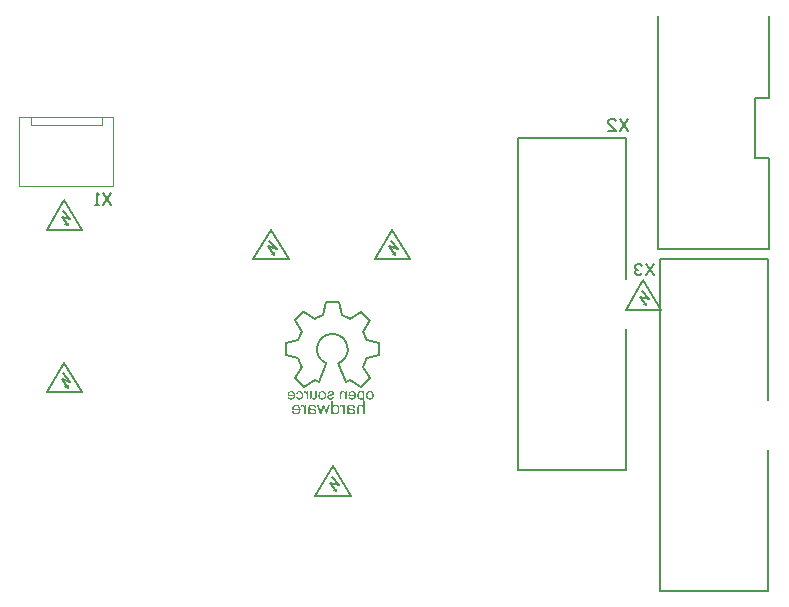
<source format=gbo>
G04 Layer_Color=32896*
%FSAX43Y43*%
%MOMM*%
G71*
G01*
G75*
%ADD21C,0.200*%
%ADD31C,0.100*%
G36*
X-0035073Y0017710D02*
X-0035051Y0017707D01*
X-0035032Y0017703D01*
X-0035015Y0017698D01*
X-0035001Y0017692D01*
X-0034990Y0017688D01*
X-0034985Y0017685D01*
X-0034982Y0017684D01*
X-0034965Y0017673D01*
X-0034949Y0017660D01*
X-0034935Y0017648D01*
X-0034922Y0017634D01*
X-0034911Y0017623D01*
X-0034904Y0017613D01*
X-0034899Y0017607D01*
X-0034897Y0017605D01*
Y0017696D01*
X-0034791D01*
Y0016838D01*
X-0034750D01*
Y0015750D01*
X-0034884D01*
Y0016181D01*
X-0034885Y0016214D01*
X-0034887Y0016242D01*
X-0034890Y0016267D01*
X-0034895Y0016288D01*
X-0034899Y0016303D01*
X-0034903Y0016316D01*
X-0034904Y0016322D01*
X-0034906Y0016325D01*
X-0034915Y0016344D01*
X-0034926Y0016362D01*
X-0034939Y0016376D01*
X-0034951Y0016388D01*
X-0034962Y0016398D01*
X-0034972Y0016404D01*
X-0034978Y0016409D01*
X-0034980Y0016410D01*
X-0035000Y0016421D01*
X-0035019Y0016429D01*
X-0035038Y0016434D01*
X-0035053Y0016439D01*
X-0035069Y0016440D01*
X-0035080Y0016442D01*
X-0035090D01*
X-0035118Y0016440D01*
X-0035143Y0016434D01*
X-0035164Y0016428D01*
X-0035181Y0016418D01*
X-0035195Y0016410D01*
X-0035204Y0016402D01*
X-0035211Y0016396D01*
X-0035212Y0016395D01*
X-0035226Y0016376D01*
X-0035237Y0016352D01*
X-0035245Y0016329D01*
X-0035252Y0016305D01*
X-0035255Y0016283D01*
X-0035256Y0016266D01*
Y0016259D01*
Y0016255D01*
Y0016252D01*
Y0016250D01*
Y0015750D01*
X-0035390D01*
Y0016248D01*
X-0035388Y0016289D01*
X-0035385Y0016325D01*
X-0035380Y0016355D01*
X-0035376Y0016380D01*
X-0035371Y0016401D01*
X-0035366Y0016415D01*
X-0035363Y0016423D01*
X-0035362Y0016426D01*
X-0035349Y0016448D01*
X-0035335Y0016467D01*
X-0035319Y0016483D01*
X-0035305Y0016497D01*
X-0035291Y0016508D01*
X-0035280Y0016516D01*
X-0035272Y0016520D01*
X-0035269Y0016522D01*
X-0035244Y0016533D01*
X-0035219Y0016542D01*
X-0035193Y0016549D01*
X-0035170Y0016552D01*
X-0035149Y0016555D01*
X-0035132Y0016557D01*
X-0035118D01*
X-0035093Y0016555D01*
X-0035068Y0016552D01*
X-0035044Y0016547D01*
X-0035022Y0016539D01*
X-0034981Y0016522D01*
X-0034964Y0016513D01*
X-0034948Y0016503D01*
X-0034934Y0016492D01*
X-0034920Y0016483D01*
X-0034909Y0016473D01*
X-0034901Y0016465D01*
X-0034893Y0016458D01*
X-0034888Y0016453D01*
X-0034885Y0016450D01*
X-0034884Y0016448D01*
Y0016734D01*
X-0034908D01*
Y0017072D01*
X-0034919Y0017058D01*
X-0034932Y0017046D01*
X-0034946Y0017035D01*
X-0034957Y0017026D01*
X-0034968Y0017018D01*
X-0034976Y0017012D01*
X-0034983Y0017010D01*
X-0034985Y0017008D01*
X-0035003Y0017000D01*
X-0035021Y0016994D01*
X-0035039Y0016990D01*
X-0035055Y0016988D01*
X-0035069Y0016986D01*
X-0035080Y0016985D01*
X-0035090D01*
X-0035119Y0016986D01*
X-0035148Y0016992D01*
X-0035173Y0016999D01*
X-0035197Y0017007D01*
X-0035216Y0017015D01*
X-0035230Y0017022D01*
X-0035236Y0017025D01*
X-0035240Y0017028D01*
X-0035241Y0017029D01*
X-0035243D01*
X-0035269Y0017049D01*
X-0035291Y0017069D01*
X-0035311Y0017090D01*
X-0035326Y0017111D01*
X-0035338Y0017130D01*
X-0035348Y0017146D01*
X-0035351Y0017151D01*
X-0035354Y0017155D01*
X-0035355Y0017158D01*
Y0017159D01*
X-0035367Y0017193D01*
X-0035377Y0017226D01*
X-0035384Y0017258D01*
X-0035390Y0017288D01*
X-0035392Y0017313D01*
Y0017325D01*
X-0035394Y0017334D01*
Y0017343D01*
Y0017348D01*
Y0017351D01*
Y0017352D01*
X-0035392Y0017388D01*
X-0035388Y0017423D01*
X-0035383Y0017454D01*
X-0035376Y0017481D01*
X-0035369Y0017503D01*
X-0035366Y0017513D01*
X-0035363Y0017521D01*
X-0035360Y0017527D01*
X-0035359Y0017531D01*
X-0035358Y0017534D01*
Y0017535D01*
X-0035344Y0017564D01*
X-0035327Y0017591D01*
X-0035311Y0017613D01*
X-0035294Y0017631D01*
X-0035279Y0017645D01*
X-0035266Y0017656D01*
X-0035258Y0017662D01*
X-0035256Y0017664D01*
X-0035255D01*
X-0035229Y0017680D01*
X-0035202Y0017692D01*
X-0035176Y0017700D01*
X-0035151Y0017706D01*
X-0035130Y0017709D01*
X-0035121Y0017710D01*
X-0035114Y0017711D01*
X-0035098D01*
X-0035073Y0017710D01*
D02*
G37*
G36*
X-0035891Y0016555D02*
X-0035858Y0016552D01*
X-0035827Y0016547D01*
X-0035802Y0016542D01*
X-0035780Y0016538D01*
X-0035764Y0016533D01*
X-0035758Y0016531D01*
X-0035753Y0016530D01*
X-0035752Y0016528D01*
X-0035750D01*
X-0035723Y0016517D01*
X-0035700Y0016503D01*
X-0035679Y0016491D01*
X-0035662Y0016478D01*
X-0035649Y0016465D01*
X-0035640Y0016456D01*
X-0035634Y0016450D01*
X-0035632Y0016448D01*
X-0035618Y0016428D01*
X-0035605Y0016406D01*
X-0035596Y0016384D01*
X-0035588Y0016363D01*
X-0035582Y0016343D01*
X-0035577Y0016329D01*
X-0035575Y0016322D01*
Y0016318D01*
X-0035574Y0016316D01*
Y0016314D01*
X-0035704Y0016297D01*
X-0035714Y0016325D01*
X-0035723Y0016351D01*
X-0035734Y0016371D01*
X-0035744Y0016387D01*
X-0035753Y0016399D01*
X-0035761Y0016407D01*
X-0035767Y0016412D01*
X-0035769Y0016413D01*
X-0035788Y0016424D01*
X-0035810Y0016432D01*
X-0035833Y0016439D01*
X-0035855Y0016442D01*
X-0035877Y0016445D01*
X-0035893Y0016447D01*
X-0035909D01*
X-0035945Y0016445D01*
X-0035976Y0016440D01*
X-0036002Y0016432D01*
X-0036024Y0016424D01*
X-0036039Y0016415D01*
X-0036052Y0016409D01*
X-0036060Y0016402D01*
X-0036061Y0016401D01*
X-0036074Y0016387D01*
X-0036083Y0016369D01*
X-0036091Y0016351D01*
X-0036096Y0016332D01*
X-0036099Y0016314D01*
X-0036101Y0016299D01*
Y0016289D01*
Y0016288D01*
Y0016286D01*
Y0016283D01*
Y0016277D01*
Y0016266D01*
X-0036099Y0016256D01*
Y0016253D01*
Y0016252D01*
X-0036083Y0016247D01*
X-0036066Y0016242D01*
X-0036030Y0016233D01*
X-0035989Y0016225D01*
X-0035951Y0016217D01*
X-0035932Y0016214D01*
X-0035915Y0016212D01*
X-0035899Y0016209D01*
X-0035887Y0016208D01*
X-0035876Y0016206D01*
X-0035868D01*
X-0035862Y0016204D01*
X-0035860D01*
X-0035832Y0016201D01*
X-0035808Y0016197D01*
X-0035788Y0016193D01*
X-0035772Y0016190D01*
X-0035759Y0016189D01*
X-0035750Y0016186D01*
X-0035744Y0016184D01*
X-0035742D01*
X-0035722Y0016178D01*
X-0035704Y0016171D01*
X-0035687Y0016163D01*
X-0035673Y0016157D01*
X-0035660Y0016151D01*
X-0035652Y0016145D01*
X-0035646Y0016141D01*
X-0035645Y0016140D01*
X-0035629Y0016129D01*
X-0035616Y0016116D01*
X-0035604Y0016104D01*
X-0035594Y0016091D01*
X-0035586Y0016080D01*
X-0035580Y0016071D01*
X-0035577Y0016064D01*
X-0035575Y0016063D01*
X-0035568Y0016046D01*
X-0035561Y0016027D01*
X-0035557Y0016009D01*
X-0035553Y0015992D01*
X-0035552Y0015978D01*
X-0035550Y0015967D01*
Y0015961D01*
Y0015958D01*
X-0035552Y0015939D01*
X-0035553Y0015923D01*
X-0035561Y0015890D01*
X-0035572Y0015863D01*
X-0035585Y0015840D01*
X-0035597Y0015821D01*
X-0035608Y0015807D01*
X-0035616Y0015799D01*
X-0035619Y0015796D01*
X-0035648Y0015775D01*
X-0035679Y0015759D01*
X-0035714Y0015748D01*
X-0035745Y0015741D01*
X-0035774Y0015736D01*
X-0035786Y0015734D01*
X-0035797D01*
X-0035807Y0015733D01*
X-0035819D01*
X-0035847Y0015734D01*
X-0035876Y0015737D01*
X-0035901Y0015741D01*
X-0035923Y0015745D01*
X-0035940Y0015750D01*
X-0035954Y0015755D01*
X-0035964Y0015756D01*
X-0035967Y0015758D01*
X-0035994Y0015769D01*
X-0036019Y0015783D01*
X-0036042Y0015799D01*
X-0036066Y0015813D01*
X-0036085Y0015827D01*
X-0036099Y0015838D01*
X-0036108Y0015846D01*
X-0036110Y0015849D01*
X-0036112D01*
X-0036115Y0015829D01*
X-0036118Y0015810D01*
X-0036121Y0015792D01*
X-0036126Y0015778D01*
X-0036130Y0015766D01*
X-0036134Y0015758D01*
X-0036135Y0015752D01*
X-0036137Y0015750D01*
X-0036277D01*
X-0036269Y0015767D01*
X-0036261Y0015785D01*
X-0036255Y0015800D01*
X-0036252Y0015814D01*
X-0036247Y0015827D01*
X-0036245Y0015836D01*
X-0036244Y0015843D01*
Y0015844D01*
X-0036242Y0015855D01*
X-0036241Y0015869D01*
Y0015885D01*
X-0036239Y0015903D01*
X-0036237Y0015942D01*
Y0015981D01*
X-0036236Y0016019D01*
Y0016036D01*
Y0016050D01*
Y0016063D01*
Y0016072D01*
Y0016079D01*
Y0016080D01*
Y0016259D01*
Y0016289D01*
X-0036234Y0016316D01*
X-0036233Y0016336D01*
Y0016354D01*
X-0036231Y0016366D01*
X-0036229Y0016376D01*
X-0036228Y0016380D01*
Y0016382D01*
X-0036223Y0016402D01*
X-0036217Y0016420D01*
X-0036211Y0016434D01*
X-0036203Y0016448D01*
X-0036196Y0016458D01*
X-0036192Y0016465D01*
X-0036189Y0016470D01*
X-0036187Y0016472D01*
X-0036174Y0016484D01*
X-0036160Y0016497D01*
X-0036145Y0016506D01*
X-0036129Y0016516D01*
X-0036115Y0016522D01*
X-0036104Y0016527D01*
X-0036096Y0016530D01*
X-0036093Y0016531D01*
X-0036068Y0016539D01*
X-0036041Y0016546D01*
X-0036014Y0016550D01*
X-0035987Y0016553D01*
X-0035964Y0016555D01*
X-0035946Y0016557D01*
X-0035929D01*
X-0035891Y0016555D01*
D02*
G37*
G36*
X-0038331Y0017710D02*
X-0038309Y0017709D01*
X-0038266Y0017699D01*
X-0038228Y0017686D01*
X-0038212Y0017680D01*
X-0038197Y0017673D01*
X-0038183Y0017666D01*
X-0038172Y0017659D01*
X-0038161Y0017652D01*
X-0038152Y0017646D01*
X-0038145Y0017641D01*
X-0038140Y0017637D01*
X-0038137Y0017635D01*
X-0038136Y0017634D01*
X-0038116Y0017616D01*
X-0038101Y0017595D01*
X-0038086Y0017573D01*
X-0038075Y0017551D01*
X-0038063Y0017527D01*
X-0038055Y0017502D01*
X-0038048Y0017478D01*
X-0038043Y0017456D01*
X-0038037Y0017434D01*
X-0038034Y0017415D01*
X-0038032Y0017395D01*
X-0038030Y0017380D01*
Y0017366D01*
X-0038029Y0017356D01*
Y0017351D01*
Y0017348D01*
X-0038030Y0017316D01*
X-0038033Y0017286D01*
X-0038037Y0017258D01*
X-0038043Y0017232D01*
X-0038050Y0017208D01*
X-0038057Y0017186D01*
X-0038065Y0017165D01*
X-0038073Y0017147D01*
X-0038081Y0017130D01*
X-0038090Y0017116D01*
X-0038097Y0017105D01*
X-0038104Y0017096D01*
X-0038109Y0017087D01*
X-0038113Y0017082D01*
X-0038116Y0017079D01*
X-0038118Y0017078D01*
X-0038136Y0017061D01*
X-0038154Y0017047D01*
X-0038173Y0017035D01*
X-0038192Y0017024D01*
X-0038212Y0017015D01*
X-0038233Y0017007D01*
X-0038270Y0016996D01*
X-0038287Y0016993D01*
X-0038303Y0016990D01*
X-0038317Y0016988D01*
X-0038330Y0016986D01*
X-0038341Y0016985D01*
X-0038355D01*
X-0038388Y0016986D01*
X-0038418Y0016992D01*
X-0038448Y0016999D01*
X-0038471Y0017006D01*
X-0038492Y0017014D01*
X-0038500Y0017017D01*
X-0038507Y0017019D01*
X-0038514Y0017022D01*
X-0038518Y0017025D01*
X-0038520Y0017026D01*
X-0038521D01*
X-0038549Y0017044D01*
X-0038572Y0017064D01*
X-0038593Y0017083D01*
X-0038610Y0017103D01*
X-0038622Y0017119D01*
X-0038632Y0017133D01*
X-0038635Y0017139D01*
X-0038638Y0017143D01*
X-0038639Y0017144D01*
Y0017146D01*
X-0038653Y0017178D01*
X-0038663Y0017212D01*
X-0038671Y0017247D01*
X-0038675Y0017282D01*
X-0038678Y0017297D01*
Y0017311D01*
X-0038679Y0017325D01*
X-0038681Y0017336D01*
Y0017345D01*
Y0017352D01*
Y0017356D01*
Y0017358D01*
X-0038679Y0017388D01*
X-0038676Y0017416D01*
X-0038672Y0017442D01*
X-0038667Y0017467D01*
X-0038660Y0017491D01*
X-0038651Y0017512D01*
X-0038643Y0017533D01*
X-0038635Y0017549D01*
X-0038626Y0017564D01*
X-0038618Y0017578D01*
X-0038610Y0017591D01*
X-0038603Y0017601D01*
X-0038597Y0017607D01*
X-0038593Y0017613D01*
X-0038590Y0017616D01*
X-0038589Y0017617D01*
X-0038571Y0017634D01*
X-0038553Y0017648D01*
X-0038534Y0017662D01*
X-0038514Y0017671D01*
X-0038495Y0017681D01*
X-0038475Y0017688D01*
X-0038438Y0017700D01*
X-0038420Y0017703D01*
X-0038405Y0017706D01*
X-0038391Y0017709D01*
X-0038378Y0017710D01*
X-0038369Y0017711D01*
X-0038355D01*
X-0038331Y0017710D01*
D02*
G37*
G36*
X-0034302D02*
X-0034280Y0017709D01*
X-0034237Y0017699D01*
X-0034200Y0017686D01*
X-0034183Y0017680D01*
X-0034168Y0017673D01*
X-0034154Y0017666D01*
X-0034143Y0017659D01*
X-0034132Y0017652D01*
X-0034123Y0017646D01*
X-0034117Y0017641D01*
X-0034111Y0017637D01*
X-0034108Y0017635D01*
X-0034107Y0017634D01*
X-0034087Y0017616D01*
X-0034072Y0017595D01*
X-0034057Y0017573D01*
X-0034046Y0017551D01*
X-0034035Y0017527D01*
X-0034026Y0017502D01*
X-0034019Y0017478D01*
X-0034014Y0017456D01*
X-0034008Y0017434D01*
X-0034006Y0017415D01*
X-0034003Y0017395D01*
X-0034001Y0017380D01*
Y0017366D01*
X-0034000Y0017356D01*
Y0017351D01*
Y0017348D01*
X-0034001Y0017316D01*
X-0034004Y0017286D01*
X-0034008Y0017258D01*
X-0034014Y0017232D01*
X-0034021Y0017208D01*
X-0034028Y0017186D01*
X-0034036Y0017165D01*
X-0034044Y0017147D01*
X-0034053Y0017130D01*
X-0034061Y0017116D01*
X-0034068Y0017105D01*
X-0034075Y0017096D01*
X-0034080Y0017087D01*
X-0034085Y0017082D01*
X-0034087Y0017079D01*
X-0034089Y0017078D01*
X-0034107Y0017061D01*
X-0034125Y0017047D01*
X-0034144Y0017035D01*
X-0034164Y0017024D01*
X-0034183Y0017015D01*
X-0034204Y0017007D01*
X-0034241Y0016996D01*
X-0034258Y0016993D01*
X-0034275Y0016990D01*
X-0034288Y0016988D01*
X-0034301Y0016986D01*
X-0034312Y0016985D01*
X-0034326D01*
X-0034359Y0016986D01*
X-0034390Y0016992D01*
X-0034419Y0016999D01*
X-0034442Y0017006D01*
X-0034463Y0017014D01*
X-0034472Y0017017D01*
X-0034478Y0017019D01*
X-0034485Y0017022D01*
X-0034490Y0017025D01*
X-0034491Y0017026D01*
X-0034492D01*
X-0034520Y0017044D01*
X-0034544Y0017064D01*
X-0034564Y0017083D01*
X-0034581Y0017103D01*
X-0034594Y0017119D01*
X-0034603Y0017133D01*
X-0034606Y0017139D01*
X-0034609Y0017143D01*
X-0034610Y0017144D01*
Y0017146D01*
X-0034624Y0017178D01*
X-0034634Y0017212D01*
X-0034642Y0017247D01*
X-0034646Y0017282D01*
X-0034649Y0017297D01*
Y0017311D01*
X-0034650Y0017325D01*
X-0034652Y0017336D01*
Y0017345D01*
Y0017352D01*
Y0017356D01*
Y0017358D01*
X-0034650Y0017388D01*
X-0034648Y0017416D01*
X-0034643Y0017442D01*
X-0034638Y0017467D01*
X-0034631Y0017491D01*
X-0034623Y0017512D01*
X-0034614Y0017533D01*
X-0034606Y0017549D01*
X-0034598Y0017564D01*
X-0034589Y0017578D01*
X-0034581Y0017591D01*
X-0034574Y0017601D01*
X-0034569Y0017607D01*
X-0034564Y0017613D01*
X-0034562Y0017616D01*
X-0034560Y0017617D01*
X-0034542Y0017634D01*
X-0034524Y0017648D01*
X-0034505Y0017662D01*
X-0034485Y0017671D01*
X-0034466Y0017681D01*
X-0034447Y0017688D01*
X-0034409Y0017700D01*
X-0034391Y0017703D01*
X-0034376Y0017706D01*
X-0034362Y0017709D01*
X-0034349Y0017710D01*
X-0034340Y0017711D01*
X-0034326D01*
X-0034302Y0017710D01*
D02*
G37*
G36*
X-0037591Y0017709D02*
X-0037574Y0017707D01*
X-0037559Y0017705D01*
X-0037546Y0017702D01*
X-0037536Y0017699D01*
X-0037531Y0017698D01*
X-0037528Y0017696D01*
X-0037511Y0017691D01*
X-0037496Y0017685D01*
X-0037484Y0017680D01*
X-0037473Y0017674D01*
X-0037464Y0017670D01*
X-0037459Y0017666D01*
X-0037455Y0017664D01*
X-0037453Y0017663D01*
X-0037439Y0017653D01*
X-0037428Y0017642D01*
X-0037419Y0017630D01*
X-0037410Y0017620D01*
X-0037403Y0017610D01*
X-0037399Y0017603D01*
X-0037396Y0017598D01*
X-0037395Y0017596D01*
X-0037388Y0017581D01*
X-0037382Y0017567D01*
X-0037380Y0017552D01*
X-0037377Y0017539D01*
X-0037376Y0017527D01*
X-0037374Y0017519D01*
Y0017513D01*
Y0017510D01*
X-0037376Y0017491D01*
X-0037378Y0017474D01*
X-0037382Y0017458D01*
X-0037387Y0017444D01*
X-0037391Y0017433D01*
X-0037395Y0017423D01*
X-0037398Y0017417D01*
X-0037399Y0017416D01*
X-0037410Y0017401D01*
X-0037423Y0017388D01*
X-0037435Y0017377D01*
X-0037448Y0017368D01*
X-0037459Y0017361D01*
X-0037467Y0017355D01*
X-0037473Y0017352D01*
X-0037475Y0017351D01*
X-0037485Y0017347D01*
X-0037498Y0017341D01*
X-0037525Y0017331D01*
X-0037554Y0017323D01*
X-0037585Y0017313D01*
X-0037611Y0017306D01*
X-0037624Y0017302D01*
X-0037635Y0017300D01*
X-0037643Y0017297D01*
X-0037650Y0017295D01*
X-0037654Y0017294D01*
X-0037656D01*
X-0037674Y0017290D01*
X-0037689Y0017286D01*
X-0037703Y0017282D01*
X-0037715Y0017277D01*
X-0037726Y0017275D01*
X-0037736Y0017270D01*
X-0037753Y0017265D01*
X-0037764Y0017261D01*
X-0037771Y0017257D01*
X-0037775Y0017255D01*
X-0037776Y0017254D01*
X-0037789Y0017245D01*
X-0037797Y0017234D01*
X-0037804Y0017225D01*
X-0037808Y0017215D01*
X-0037811Y0017205D01*
X-0037812Y0017198D01*
Y0017193D01*
Y0017191D01*
X-0037811Y0017175D01*
X-0037807Y0017161D01*
X-0037800Y0017147D01*
X-0037793Y0017136D01*
X-0037785Y0017126D01*
X-0037779Y0017119D01*
X-0037774Y0017115D01*
X-0037772Y0017114D01*
X-0037756Y0017103D01*
X-0037738Y0017096D01*
X-0037717Y0017090D01*
X-0037697Y0017086D01*
X-0037679Y0017083D01*
X-0037665Y0017082D01*
X-0037652D01*
X-0037622Y0017083D01*
X-0037597Y0017087D01*
X-0037577Y0017093D01*
X-0037559Y0017100D01*
X-0037545Y0017107D01*
X-0037534Y0017112D01*
X-0037528Y0017116D01*
X-0037525Y0017118D01*
X-0037510Y0017133D01*
X-0037498Y0017151D01*
X-0037489Y0017169D01*
X-0037482Y0017186D01*
X-0037477Y0017201D01*
X-0037474Y0017215D01*
X-0037471Y0017223D01*
Y0017225D01*
Y0017226D01*
X-0037355Y0017208D01*
X-0037364Y0017169D01*
X-0037377Y0017135D01*
X-0037392Y0017107D01*
X-0037407Y0017083D01*
X-0037421Y0017064D01*
X-0037434Y0017051D01*
X-0037442Y0017043D01*
X-0037444Y0017042D01*
X-0037445Y0017040D01*
X-0037459Y0017031D01*
X-0037474Y0017022D01*
X-0037507Y0017008D01*
X-0037542Y0016999D01*
X-0037575Y0016992D01*
X-0037591Y0016989D01*
X-0037604Y0016988D01*
X-0037618Y0016986D01*
X-0037629D01*
X-0037639Y0016985D01*
X-0037652D01*
X-0037682Y0016986D01*
X-0037708Y0016989D01*
X-0037733Y0016993D01*
X-0037756Y0016999D01*
X-0037774Y0017004D01*
X-0037787Y0017008D01*
X-0037796Y0017011D01*
X-0037797Y0017012D01*
X-0037799D01*
X-0037822Y0017025D01*
X-0037842Y0017037D01*
X-0037858Y0017051D01*
X-0037873Y0017064D01*
X-0037885Y0017075D01*
X-0037891Y0017085D01*
X-0037897Y0017090D01*
X-0037898Y0017093D01*
X-0037910Y0017112D01*
X-0037918Y0017133D01*
X-0037925Y0017151D01*
X-0037929Y0017168D01*
X-0037932Y0017183D01*
X-0037933Y0017194D01*
Y0017201D01*
Y0017204D01*
X-0037932Y0017226D01*
X-0037929Y0017245D01*
X-0037923Y0017262D01*
X-0037919Y0017277D01*
X-0037914Y0017290D01*
X-0037908Y0017298D01*
X-0037905Y0017304D01*
X-0037904Y0017305D01*
X-0037893Y0017319D01*
X-0037880Y0017331D01*
X-0037868Y0017343D01*
X-0037855Y0017351D01*
X-0037843Y0017358D01*
X-0037835Y0017362D01*
X-0037829Y0017365D01*
X-0037826Y0017366D01*
X-0037817Y0017370D01*
X-0037805Y0017374D01*
X-0037779Y0017384D01*
X-0037750Y0017394D01*
X-0037721Y0017402D01*
X-0037695Y0017410D01*
X-0037682Y0017413D01*
X-0037672Y0017416D01*
X-0037664Y0017419D01*
X-0037657Y0017420D01*
X-0037653Y0017422D01*
X-0037652D01*
X-0037636Y0017426D01*
X-0037622Y0017430D01*
X-0037610Y0017433D01*
X-0037599Y0017437D01*
X-0037581Y0017441D01*
X-0037567Y0017445D01*
X-0037557Y0017449D01*
X-0037552Y0017451D01*
X-0037549Y0017452D01*
X-0037548D01*
X-0037536Y0017458D01*
X-0037527Y0017462D01*
X-0037518Y0017467D01*
X-0037513Y0017472D01*
X-0037507Y0017476D01*
X-0037505Y0017480D01*
X-0037503Y0017481D01*
X-0037502Y0017483D01*
X-0037493Y0017496D01*
X-0037489Y0017510D01*
Y0017516D01*
X-0037488Y0017520D01*
Y0017523D01*
Y0017524D01*
X-0037489Y0017537D01*
X-0037493Y0017549D01*
X-0037499Y0017560D01*
X-0037506Y0017569D01*
X-0037511Y0017577D01*
X-0037517Y0017582D01*
X-0037521Y0017585D01*
X-0037523Y0017587D01*
X-0037538Y0017596D01*
X-0037556Y0017603D01*
X-0037575Y0017607D01*
X-0037593Y0017612D01*
X-0037611Y0017613D01*
X-0037625Y0017614D01*
X-0037639D01*
X-0037663Y0017613D01*
X-0037685Y0017610D01*
X-0037703Y0017605D01*
X-0037717Y0017599D01*
X-0037729Y0017594D01*
X-0037738Y0017588D01*
X-0037743Y0017585D01*
X-0037744Y0017584D01*
X-0037758Y0017571D01*
X-0037768Y0017558D01*
X-0037776Y0017544D01*
X-0037783Y0017531D01*
X-0037787Y0017519D01*
X-0037790Y0017509D01*
X-0037792Y0017503D01*
Y0017501D01*
X-0037907Y0017516D01*
X-0037901Y0017539D01*
X-0037896Y0017560D01*
X-0037889Y0017578D01*
X-0037882Y0017595D01*
X-0037875Y0017606D01*
X-0037869Y0017616D01*
X-0037867Y0017621D01*
X-0037865Y0017623D01*
X-0037853Y0017637D01*
X-0037839Y0017649D01*
X-0037824Y0017660D01*
X-0037808Y0017670D01*
X-0037794Y0017677D01*
X-0037783Y0017682D01*
X-0037776Y0017685D01*
X-0037775Y0017686D01*
X-0037774D01*
X-0037750Y0017695D01*
X-0037725Y0017700D01*
X-0037701Y0017706D01*
X-0037679Y0017709D01*
X-0037658Y0017710D01*
X-0037643Y0017711D01*
X-0037610D01*
X-0037591Y0017709D01*
D02*
G37*
G36*
X-0039187Y0016555D02*
X-0039154Y0016552D01*
X-0039122Y0016547D01*
X-0039097Y0016542D01*
X-0039075Y0016538D01*
X-0039060Y0016533D01*
X-0039053Y0016531D01*
X-0039049Y0016530D01*
X-0039047Y0016528D01*
X-0039045D01*
X-0039019Y0016517D01*
X-0038995Y0016503D01*
X-0038975Y0016491D01*
X-0038957Y0016478D01*
X-0038945Y0016465D01*
X-0038935Y0016456D01*
X-0038929Y0016450D01*
X-0038927Y0016448D01*
X-0038913Y0016428D01*
X-0038901Y0016406D01*
X-0038891Y0016384D01*
X-0038883Y0016363D01*
X-0038877Y0016343D01*
X-0038872Y0016329D01*
X-0038871Y0016322D01*
Y0016318D01*
X-0038869Y0016316D01*
Y0016314D01*
X-0039000Y0016297D01*
X-0039009Y0016325D01*
X-0039019Y0016351D01*
X-0039030Y0016371D01*
X-0039039Y0016387D01*
X-0039049Y0016399D01*
X-0039056Y0016407D01*
X-0039063Y0016412D01*
X-0039064Y0016413D01*
X-0039083Y0016424D01*
X-0039105Y0016432D01*
X-0039129Y0016439D01*
X-0039151Y0016442D01*
X-0039173Y0016445D01*
X-0039188Y0016447D01*
X-0039204D01*
X-0039240Y0016445D01*
X-0039272Y0016440D01*
X-0039297Y0016432D01*
X-0039319Y0016424D01*
X-0039335Y0016415D01*
X-0039347Y0016409D01*
X-0039355Y0016402D01*
X-0039357Y0016401D01*
X-0039369Y0016387D01*
X-0039379Y0016369D01*
X-0039387Y0016351D01*
X-0039391Y0016332D01*
X-0039394Y0016314D01*
X-0039396Y0016299D01*
Y0016289D01*
Y0016288D01*
Y0016286D01*
Y0016283D01*
Y0016277D01*
Y0016266D01*
X-0039394Y0016256D01*
Y0016253D01*
Y0016252D01*
X-0039379Y0016247D01*
X-0039361Y0016242D01*
X-0039325Y0016233D01*
X-0039284Y0016225D01*
X-0039247Y0016217D01*
X-0039228Y0016214D01*
X-0039210Y0016212D01*
X-0039195Y0016209D01*
X-0039182Y0016208D01*
X-0039171Y0016206D01*
X-0039163D01*
X-0039157Y0016204D01*
X-0039155D01*
X-0039127Y0016201D01*
X-0039104Y0016197D01*
X-0039083Y0016193D01*
X-0039067Y0016190D01*
X-0039055Y0016189D01*
X-0039045Y0016186D01*
X-0039039Y0016184D01*
X-0039038D01*
X-0039017Y0016178D01*
X-0039000Y0016171D01*
X-0038983Y0016163D01*
X-0038968Y0016157D01*
X-0038956Y0016151D01*
X-0038948Y0016145D01*
X-0038942Y0016141D01*
X-0038940Y0016140D01*
X-0038924Y0016129D01*
X-0038912Y0016116D01*
X-0038899Y0016104D01*
X-0038890Y0016091D01*
X-0038882Y0016080D01*
X-0038876Y0016071D01*
X-0038872Y0016064D01*
X-0038871Y0016063D01*
X-0038863Y0016046D01*
X-0038857Y0016027D01*
X-0038852Y0016009D01*
X-0038849Y0015992D01*
X-0038847Y0015978D01*
X-0038846Y0015967D01*
Y0015961D01*
Y0015958D01*
X-0038847Y0015939D01*
X-0038849Y0015923D01*
X-0038857Y0015890D01*
X-0038868Y0015863D01*
X-0038880Y0015840D01*
X-0038893Y0015821D01*
X-0038904Y0015807D01*
X-0038912Y0015799D01*
X-0038915Y0015796D01*
X-0038943Y0015775D01*
X-0038975Y0015759D01*
X-0039009Y0015748D01*
X-0039041Y0015741D01*
X-0039069Y0015736D01*
X-0039082Y0015734D01*
X-0039093D01*
X-0039102Y0015733D01*
X-0039115D01*
X-0039143Y0015734D01*
X-0039171Y0015737D01*
X-0039196Y0015741D01*
X-0039218Y0015745D01*
X-0039236Y0015750D01*
X-0039250Y0015755D01*
X-0039259Y0015756D01*
X-0039262Y0015758D01*
X-0039289Y0015769D01*
X-0039314Y0015783D01*
X-0039338Y0015799D01*
X-0039361Y0015813D01*
X-0039380Y0015827D01*
X-0039394Y0015838D01*
X-0039404Y0015846D01*
X-0039405Y0015849D01*
X-0039407D01*
X-0039410Y0015829D01*
X-0039413Y0015810D01*
X-0039416Y0015792D01*
X-0039421Y0015778D01*
X-0039426Y0015766D01*
X-0039429Y0015758D01*
X-0039431Y0015752D01*
X-0039432Y0015750D01*
X-0039572D01*
X-0039564Y0015767D01*
X-0039556Y0015785D01*
X-0039550Y0015800D01*
X-0039547Y0015814D01*
X-0039542Y0015827D01*
X-0039541Y0015836D01*
X-0039539Y0015843D01*
Y0015844D01*
X-0039538Y0015855D01*
X-0039536Y0015869D01*
Y0015885D01*
X-0039534Y0015903D01*
X-0039533Y0015942D01*
Y0015981D01*
X-0039531Y0016019D01*
Y0016036D01*
Y0016050D01*
Y0016063D01*
Y0016072D01*
Y0016079D01*
Y0016080D01*
Y0016259D01*
Y0016289D01*
X-0039530Y0016316D01*
X-0039528Y0016336D01*
Y0016354D01*
X-0039527Y0016366D01*
X-0039525Y0016376D01*
X-0039523Y0016380D01*
Y0016382D01*
X-0039519Y0016402D01*
X-0039512Y0016420D01*
X-0039506Y0016434D01*
X-0039498Y0016448D01*
X-0039492Y0016458D01*
X-0039487Y0016465D01*
X-0039484Y0016470D01*
X-0039482Y0016472D01*
X-0039470Y0016484D01*
X-0039456Y0016497D01*
X-0039440Y0016506D01*
X-0039424Y0016516D01*
X-0039410Y0016522D01*
X-0039399Y0016527D01*
X-0039391Y0016530D01*
X-0039388Y0016531D01*
X-0039363Y0016539D01*
X-0039336Y0016546D01*
X-0039310Y0016550D01*
X-0039283Y0016553D01*
X-0039259Y0016555D01*
X-0039242Y0016557D01*
X-0039225D01*
X-0039187Y0016555D01*
D02*
G37*
G36*
X-0040009D02*
X-0039993Y0016552D01*
X-0039978Y0016547D01*
X-0039965Y0016542D01*
X-0039956Y0016538D01*
X-0039946Y0016533D01*
X-0039942Y0016530D01*
X-0039940Y0016528D01*
X-0039926Y0016516D01*
X-0039912Y0016500D01*
X-0039898Y0016481D01*
X-0039885Y0016464D01*
X-0039872Y0016447D01*
X-0039865Y0016432D01*
X-0039858Y0016421D01*
X-0039857Y0016420D01*
Y0016539D01*
X-0039736D01*
Y0015750D01*
X-0039869D01*
Y0016162D01*
X-0039871Y0016193D01*
X-0039872Y0016222D01*
X-0039876Y0016248D01*
X-0039880Y0016272D01*
X-0039885Y0016291D01*
X-0039888Y0016305D01*
X-0039890Y0016314D01*
X-0039891Y0016318D01*
X-0039898Y0016335D01*
X-0039905Y0016349D01*
X-0039913Y0016362D01*
X-0039921Y0016373D01*
X-0039929Y0016380D01*
X-0039934Y0016387D01*
X-0039938Y0016390D01*
X-0039940Y0016391D01*
X-0039953Y0016401D01*
X-0039967Y0016407D01*
X-0039981Y0016412D01*
X-0039992Y0016415D01*
X-0040003Y0016417D01*
X-0040011Y0016418D01*
X-0040019D01*
X-0040036Y0016417D01*
X-0040053Y0016413D01*
X-0040071Y0016409D01*
X-0040085Y0016404D01*
X-0040097Y0016399D01*
X-0040107Y0016395D01*
X-0040113Y0016391D01*
X-0040115Y0016390D01*
X-0040163Y0016513D01*
X-0040137Y0016527D01*
X-0040111Y0016538D01*
X-0040089Y0016546D01*
X-0040069Y0016552D01*
X-0040052Y0016555D01*
X-0040038Y0016557D01*
X-0040027D01*
X-0040009Y0016555D01*
D02*
G37*
G36*
X-0037448Y0016448D02*
X-0037434Y0016465D01*
X-0037418Y0016480D01*
X-0037404Y0016494D01*
X-0037388Y0016505D01*
X-0037376Y0016513D01*
X-0037366Y0016520D01*
X-0037360Y0016524D01*
X-0037357Y0016525D01*
X-0037336Y0016536D01*
X-0037314Y0016544D01*
X-0037292Y0016549D01*
X-0037272Y0016553D01*
X-0037255Y0016555D01*
X-0037242Y0016557D01*
X-0037229D01*
X-0037195Y0016555D01*
X-0037162Y0016549D01*
X-0037132Y0016541D01*
X-0037107Y0016531D01*
X-0037085Y0016520D01*
X-0037069Y0016513D01*
X-0037063Y0016509D01*
X-0037058Y0016506D01*
X-0037056Y0016505D01*
X-0037055D01*
X-0037027Y0016484D01*
X-0037003Y0016459D01*
X-0036983Y0016435D01*
X-0036967Y0016412D01*
X-0036954Y0016390D01*
X-0036945Y0016373D01*
X-0036942Y0016366D01*
X-0036939Y0016362D01*
X-0036937Y0016358D01*
Y0016357D01*
X-0036924Y0016321D01*
X-0036915Y0016283D01*
X-0036907Y0016247D01*
X-0036902Y0016214D01*
X-0036899Y0016186D01*
Y0016173D01*
X-0036898Y0016163D01*
Y0016154D01*
Y0016148D01*
Y0016145D01*
Y0016143D01*
X-0036899Y0016099D01*
X-0036904Y0016058D01*
X-0036912Y0016022D01*
X-0036920Y0015991D01*
X-0036923Y0015976D01*
X-0036926Y0015965D01*
X-0036931Y0015954D01*
X-0036934Y0015945D01*
X-0036937Y0015939D01*
X-0036939Y0015934D01*
X-0036940Y0015931D01*
Y0015929D01*
X-0036957Y0015896D01*
X-0036978Y0015868D01*
X-0036998Y0015843D01*
X-0037019Y0015822D01*
X-0037036Y0015807D01*
X-0037050Y0015794D01*
X-0037060Y0015788D01*
X-0037061Y0015785D01*
X-0037063D01*
X-0037093Y0015767D01*
X-0037123Y0015755D01*
X-0037152Y0015745D01*
X-0037179Y0015739D01*
X-0037201Y0015736D01*
X-0037220Y0015734D01*
X-0037226Y0015733D01*
X-0037236D01*
X-0037262Y0015734D01*
X-0037288Y0015737D01*
X-0037311Y0015744D01*
X-0037332Y0015752D01*
X-0037352Y0015759D01*
X-0037371Y0015769D01*
X-0037387Y0015780D01*
X-0037401Y0015791D01*
X-0037415Y0015802D01*
X-0037426Y0015813D01*
X-0037435Y0015822D01*
X-0037443Y0015830D01*
X-0037450Y0015838D01*
X-0037454Y0015844D01*
X-0037456Y0015847D01*
X-0037457Y0015849D01*
Y0015750D01*
X-0037582D01*
Y0016838D01*
X-0037448D01*
Y0016448D01*
D02*
G37*
G36*
X-0036714Y0016555D02*
X-0036698Y0016552D01*
X-0036682Y0016547D01*
X-0036670Y0016542D01*
X-0036660Y0016538D01*
X-0036651Y0016533D01*
X-0036646Y0016530D01*
X-0036645Y0016528D01*
X-0036630Y0016516D01*
X-0036616Y0016500D01*
X-0036602Y0016481D01*
X-0036590Y0016464D01*
X-0036577Y0016447D01*
X-0036569Y0016432D01*
X-0036563Y0016421D01*
X-0036561Y0016420D01*
Y0016539D01*
X-0036440D01*
Y0015750D01*
X-0036574D01*
Y0016162D01*
X-0036575Y0016193D01*
X-0036577Y0016222D01*
X-0036580Y0016248D01*
X-0036585Y0016272D01*
X-0036590Y0016291D01*
X-0036593Y0016305D01*
X-0036594Y0016314D01*
X-0036596Y0016318D01*
X-0036602Y0016335D01*
X-0036610Y0016349D01*
X-0036618Y0016362D01*
X-0036626Y0016373D01*
X-0036634Y0016380D01*
X-0036638Y0016387D01*
X-0036643Y0016390D01*
X-0036645Y0016391D01*
X-0036657Y0016401D01*
X-0036671Y0016407D01*
X-0036685Y0016412D01*
X-0036696Y0016415D01*
X-0036707Y0016417D01*
X-0036715Y0016418D01*
X-0036723D01*
X-0036740Y0016417D01*
X-0036758Y0016413D01*
X-0036775Y0016409D01*
X-0036789Y0016404D01*
X-0036802Y0016399D01*
X-0036811Y0016395D01*
X-0036818Y0016391D01*
X-0036819Y0016390D01*
X-0036868Y0016513D01*
X-0036841Y0016527D01*
X-0036816Y0016538D01*
X-0036794Y0016546D01*
X-0036773Y0016552D01*
X-0036756Y0016555D01*
X-0036742Y0016557D01*
X-0036731D01*
X-0036714Y0016555D01*
D02*
G37*
G36*
X-0037935Y0015750D02*
X-0038077D01*
X-0038236Y0016357D01*
X-0038267Y0016222D01*
X-0038393Y0015750D01*
X-0038530D01*
X-0038778Y0016539D01*
X-0038648D01*
X-0038512Y0016082D01*
X-0038467Y0015929D01*
X-0038428Y0016080D01*
X-0038310Y0016539D01*
X-0038173D01*
X-0038047Y0016075D01*
X-0038041Y0016049D01*
X-0038034Y0016025D01*
X-0038030Y0016005D01*
X-0038025Y0015987D01*
X-0038020Y0015972D01*
X-0038017Y0015959D01*
X-0038014Y0015948D01*
X-0038012Y0015939D01*
X-0038011Y0015931D01*
X-0038009Y0015926D01*
X-0038008Y0015918D01*
X-0038006Y0015915D01*
Y0015914D01*
X-0037962Y0016083D01*
X-0037836Y0016539D01*
X-0037696D01*
X-0037935Y0015750D01*
D02*
G37*
G36*
X-0040536Y0016555D02*
X-0040508Y0016552D01*
X-0040481Y0016547D01*
X-0040456Y0016539D01*
X-0040432Y0016531D01*
X-0040410Y0016522D01*
X-0040390Y0016513D01*
X-0040372Y0016502D01*
X-0040355Y0016492D01*
X-0040341Y0016481D01*
X-0040328Y0016472D01*
X-0040319Y0016464D01*
X-0040311Y0016456D01*
X-0040305Y0016451D01*
X-0040302Y0016448D01*
X-0040300Y0016447D01*
X-0040283Y0016424D01*
X-0040267Y0016401D01*
X-0040253Y0016377D01*
X-0040240Y0016352D01*
X-0040231Y0016325D01*
X-0040223Y0016300D01*
X-0040210Y0016250D01*
X-0040206Y0016228D01*
X-0040203Y0016206D01*
X-0040201Y0016187D01*
X-0040199Y0016170D01*
X-0040198Y0016156D01*
Y0016146D01*
Y0016138D01*
Y0016137D01*
X-0040199Y0016102D01*
X-0040203Y0016069D01*
X-0040207Y0016038D01*
X-0040214Y0016009D01*
X-0040221Y0015983D01*
X-0040229Y0015958D01*
X-0040239Y0015936D01*
X-0040248Y0015915D01*
X-0040258Y0015898D01*
X-0040267Y0015882D01*
X-0040275Y0015869D01*
X-0040283Y0015858D01*
X-0040289Y0015849D01*
X-0040294Y0015843D01*
X-0040297Y0015840D01*
X-0040299Y0015838D01*
X-0040319Y0015819D01*
X-0040339Y0015803D01*
X-0040361Y0015789D01*
X-0040385Y0015777D01*
X-0040407Y0015767D01*
X-0040431Y0015758D01*
X-0040475Y0015745D01*
X-0040495Y0015742D01*
X-0040514Y0015739D01*
X-0040531Y0015736D01*
X-0040545Y0015734D01*
X-0040556Y0015733D01*
X-0040574D01*
X-0040622Y0015736D01*
X-0040666Y0015744D01*
X-0040706Y0015753D01*
X-0040721Y0015759D01*
X-0040737Y0015766D01*
X-0040751Y0015772D01*
X-0040764Y0015778D01*
X-0040773Y0015783D01*
X-0040783Y0015788D01*
X-0040789Y0015792D01*
X-0040794Y0015796D01*
X-0040797Y0015799D01*
X-0040798D01*
X-0040830Y0015827D01*
X-0040855Y0015857D01*
X-0040877Y0015888D01*
X-0040893Y0015918D01*
X-0040905Y0015945D01*
X-0040910Y0015958D01*
X-0040915Y0015967D01*
X-0040918Y0015976D01*
X-0040920Y0015983D01*
X-0040921Y0015986D01*
Y0015987D01*
X-0040783Y0016005D01*
X-0040770Y0015975D01*
X-0040756Y0015950D01*
X-0040742Y0015928D01*
X-0040729Y0015910D01*
X-0040718Y0015898D01*
X-0040709Y0015888D01*
X-0040701Y0015882D01*
X-0040699Y0015880D01*
X-0040679Y0015868D01*
X-0040659Y0015858D01*
X-0040637Y0015852D01*
X-0040618Y0015847D01*
X-0040600Y0015844D01*
X-0040586Y0015843D01*
X-0040574D01*
X-0040555Y0015844D01*
X-0040537Y0015846D01*
X-0040506Y0015854D01*
X-0040478Y0015865D01*
X-0040453Y0015877D01*
X-0040434Y0015888D01*
X-0040420Y0015899D01*
X-0040410Y0015907D01*
X-0040409Y0015910D01*
X-0040407D01*
X-0040385Y0015939D01*
X-0040368Y0015970D01*
X-0040355Y0016005D01*
X-0040346Y0016036D01*
X-0040341Y0016064D01*
X-0040338Y0016077D01*
X-0040336Y0016088D01*
Y0016097D01*
X-0040335Y0016104D01*
Y0016108D01*
Y0016110D01*
X-0040924D01*
X-0040926Y0016126D01*
Y0016137D01*
Y0016143D01*
Y0016145D01*
X-0040924Y0016181D01*
X-0040921Y0016214D01*
X-0040916Y0016245D01*
X-0040910Y0016275D01*
X-0040902Y0016302D01*
X-0040894Y0016327D01*
X-0040885Y0016349D01*
X-0040876Y0016369D01*
X-0040866Y0016388D01*
X-0040857Y0016404D01*
X-0040849Y0016417D01*
X-0040841Y0016428D01*
X-0040835Y0016437D01*
X-0040830Y0016443D01*
X-0040827Y0016447D01*
X-0040825Y0016448D01*
X-0040806Y0016467D01*
X-0040786Y0016484D01*
X-0040764Y0016498D01*
X-0040742Y0016511D01*
X-0040720Y0016522D01*
X-0040699Y0016530D01*
X-0040677Y0016538D01*
X-0040659Y0016542D01*
X-0040638Y0016547D01*
X-0040621Y0016550D01*
X-0040605Y0016553D01*
X-0040593Y0016555D01*
X-0040582Y0016557D01*
X-0040566D01*
X-0040536Y0016555D01*
D02*
G37*
G36*
X-0040260Y0017710D02*
X-0040230Y0017705D01*
X-0040201Y0017698D01*
X-0040177Y0017691D01*
X-0040156Y0017682D01*
X-0040148Y0017678D01*
X-0040141Y0017675D01*
X-0040135Y0017673D01*
X-0040131Y0017670D01*
X-0040128Y0017668D01*
X-0040127D01*
X-0040101Y0017652D01*
X-0040077Y0017631D01*
X-0040058Y0017610D01*
X-0040041Y0017589D01*
X-0040029Y0017571D01*
X-0040020Y0017556D01*
X-0040018Y0017551D01*
X-0040015Y0017546D01*
X-0040013Y0017544D01*
Y0017542D01*
X-0040001Y0017509D01*
X-0039993Y0017476D01*
X-0039986Y0017442D01*
X-0039981Y0017412D01*
X-0039980Y0017398D01*
X-0039979Y0017386D01*
Y0017374D01*
X-0039977Y0017365D01*
Y0017356D01*
Y0017351D01*
Y0017347D01*
Y0017345D01*
X-0039979Y0017313D01*
X-0039981Y0017284D01*
X-0039986Y0017255D01*
X-0039991Y0017230D01*
X-0039997Y0017205D01*
X-0040005Y0017184D01*
X-0040012Y0017164D01*
X-0040020Y0017146D01*
X-0040029Y0017130D01*
X-0040036Y0017116D01*
X-0040044Y0017104D01*
X-0040049Y0017094D01*
X-0040055Y0017087D01*
X-0040059Y0017082D01*
X-0040062Y0017079D01*
X-0040063Y0017078D01*
X-0040080Y0017061D01*
X-0040098Y0017047D01*
X-0040116Y0017035D01*
X-0040135Y0017024D01*
X-0040155Y0017015D01*
X-0040173Y0017007D01*
X-0040210Y0016996D01*
X-0040227Y0016993D01*
X-0040242Y0016990D01*
X-0040256Y0016988D01*
X-0040269Y0016986D01*
X-0040278Y0016985D01*
X-0040292D01*
X-0040313Y0016986D01*
X-0040334Y0016988D01*
X-0040370Y0016996D01*
X-0040403Y0017006D01*
X-0040431Y0017018D01*
X-0040442Y0017025D01*
X-0040453Y0017031D01*
X-0040463Y0017036D01*
X-0040470Y0017042D01*
X-0040475Y0017046D01*
X-0040479Y0017049D01*
X-0040482Y0017050D01*
X-0040483Y0017051D01*
X-0040497Y0017065D01*
X-0040510Y0017079D01*
X-0040532Y0017110D01*
X-0040550Y0017141D01*
X-0040563Y0017171D01*
X-0040572Y0017198D01*
X-0040575Y0017209D01*
X-0040578Y0017221D01*
X-0040579Y0017229D01*
X-0040581Y0017234D01*
X-0040582Y0017239D01*
Y0017240D01*
X-0040465Y0017255D01*
X-0040460Y0017225D01*
X-0040452Y0017197D01*
X-0040440Y0017175D01*
X-0040431Y0017157D01*
X-0040421Y0017141D01*
X-0040413Y0017132D01*
X-0040409Y0017125D01*
X-0040406Y0017123D01*
X-0040388Y0017110D01*
X-0040368Y0017100D01*
X-0040349Y0017092D01*
X-0040331Y0017087D01*
X-0040316Y0017085D01*
X-0040302Y0017083D01*
X-0040293Y0017082D01*
X-0040291D01*
X-0040275Y0017083D01*
X-0040260Y0017085D01*
X-0040232Y0017092D01*
X-0040209Y0017101D01*
X-0040188Y0017114D01*
X-0040173Y0017125D01*
X-0040160Y0017135D01*
X-0040153Y0017141D01*
X-0040151Y0017144D01*
X-0040141Y0017157D01*
X-0040133Y0017172D01*
X-0040120Y0017202D01*
X-0040110Y0017237D01*
X-0040105Y0017270D01*
X-0040101Y0017301D01*
X-0040099Y0017313D01*
Y0017326D01*
X-0040098Y0017334D01*
Y0017343D01*
Y0017347D01*
Y0017348D01*
Y0017373D01*
X-0040101Y0017397D01*
X-0040103Y0017419D01*
X-0040106Y0017438D01*
X-0040110Y0017456D01*
X-0040116Y0017473D01*
X-0040120Y0017488D01*
X-0040126Y0017502D01*
X-0040131Y0017513D01*
X-0040135Y0017523D01*
X-0040141Y0017531D01*
X-0040145Y0017538D01*
X-0040148Y0017544D01*
X-0040151Y0017548D01*
X-0040153Y0017549D01*
Y0017551D01*
X-0040165Y0017562D01*
X-0040176Y0017571D01*
X-0040199Y0017588D01*
X-0040224Y0017599D01*
X-0040246Y0017606D01*
X-0040267Y0017612D01*
X-0040282Y0017613D01*
X-0040289Y0017614D01*
X-0040298D01*
X-0040318Y0017613D01*
X-0040338Y0017609D01*
X-0040354Y0017603D01*
X-0040370Y0017596D01*
X-0040381Y0017589D01*
X-0040391Y0017584D01*
X-0040396Y0017580D01*
X-0040397Y0017578D01*
X-0040411Y0017564D01*
X-0040424Y0017548D01*
X-0040435Y0017530D01*
X-0040442Y0017513D01*
X-0040449Y0017498D01*
X-0040453Y0017485D01*
X-0040454Y0017477D01*
X-0040456Y0017476D01*
Y0017474D01*
X-0040571Y0017492D01*
X-0040561Y0017530D01*
X-0040547Y0017562D01*
X-0040532Y0017589D01*
X-0040517Y0017612D01*
X-0040502Y0017630D01*
X-0040489Y0017642D01*
X-0040481Y0017650D01*
X-0040479Y0017653D01*
X-0040478D01*
X-0040449Y0017673D01*
X-0040418Y0017686D01*
X-0040388Y0017698D01*
X-0040359Y0017705D01*
X-0040332Y0017709D01*
X-0040321Y0017710D01*
X-0040313D01*
X-0040305Y0017711D01*
X-0040293D01*
X-0040260Y0017710D01*
D02*
G37*
G36*
X-0035795D02*
X-0035770Y0017707D01*
X-0035746Y0017703D01*
X-0035724Y0017696D01*
X-0035703Y0017689D01*
X-0035684Y0017681D01*
X-0035666Y0017673D01*
X-0035650Y0017663D01*
X-0035635Y0017655D01*
X-0035623Y0017645D01*
X-0035612Y0017637D01*
X-0035603Y0017630D01*
X-0035596Y0017623D01*
X-0035591Y0017619D01*
X-0035588Y0017616D01*
X-0035587Y0017614D01*
X-0035571Y0017595D01*
X-0035557Y0017574D01*
X-0035545Y0017553D01*
X-0035534Y0017531D01*
X-0035526Y0017508D01*
X-0035519Y0017485D01*
X-0035507Y0017441D01*
X-0035503Y0017422D01*
X-0035501Y0017402D01*
X-0035499Y0017386D01*
X-0035498Y0017370D01*
X-0035496Y0017358D01*
Y0017349D01*
Y0017343D01*
Y0017341D01*
X-0035498Y0017311D01*
X-0035501Y0017282D01*
X-0035505Y0017254D01*
X-0035510Y0017229D01*
X-0035517Y0017205D01*
X-0035524Y0017183D01*
X-0035532Y0017164D01*
X-0035541Y0017146D01*
X-0035549Y0017130D01*
X-0035557Y0017116D01*
X-0035564Y0017105D01*
X-0035571Y0017096D01*
X-0035577Y0017087D01*
X-0035581Y0017082D01*
X-0035584Y0017079D01*
X-0035585Y0017078D01*
X-0035603Y0017061D01*
X-0035621Y0017047D01*
X-0035641Y0017035D01*
X-0035661Y0017024D01*
X-0035681Y0017015D01*
X-0035702Y0017007D01*
X-0035740Y0016996D01*
X-0035759Y0016993D01*
X-0035775Y0016990D01*
X-0035790Y0016988D01*
X-0035803Y0016986D01*
X-0035813Y0016985D01*
X-0035828D01*
X-0035871Y0016988D01*
X-0035910Y0016994D01*
X-0035944Y0017003D01*
X-0035958Y0017008D01*
X-0035972Y0017014D01*
X-0035985Y0017019D01*
X-0035996Y0017025D01*
X-0036004Y0017029D01*
X-0036012Y0017033D01*
X-0036018Y0017037D01*
X-0036022Y0017040D01*
X-0036025Y0017043D01*
X-0036026D01*
X-0036054Y0017068D01*
X-0036076Y0017094D01*
X-0036096Y0017122D01*
X-0036109Y0017148D01*
X-0036120Y0017172D01*
X-0036125Y0017183D01*
X-0036129Y0017191D01*
X-0036132Y0017200D01*
X-0036133Y0017205D01*
X-0036134Y0017208D01*
Y0017209D01*
X-0036012Y0017225D01*
X-0036001Y0017198D01*
X-0035989Y0017176D01*
X-0035976Y0017157D01*
X-0035965Y0017141D01*
X-0035955Y0017130D01*
X-0035947Y0017122D01*
X-0035940Y0017116D01*
X-0035939Y0017115D01*
X-0035921Y0017104D01*
X-0035903Y0017096D01*
X-0035883Y0017090D01*
X-0035867Y0017086D01*
X-0035851Y0017083D01*
X-0035839Y0017082D01*
X-0035828D01*
X-0035811Y0017083D01*
X-0035796Y0017085D01*
X-0035768Y0017092D01*
X-0035743Y0017101D01*
X-0035721Y0017112D01*
X-0035704Y0017122D01*
X-0035692Y0017132D01*
X-0035684Y0017139D01*
X-0035682Y0017141D01*
X-0035681D01*
X-0035661Y0017166D01*
X-0035646Y0017194D01*
X-0035635Y0017225D01*
X-0035627Y0017252D01*
X-0035623Y0017277D01*
X-0035620Y0017288D01*
X-0035618Y0017298D01*
Y0017306D01*
X-0035617Y0017312D01*
Y0017316D01*
Y0017318D01*
X-0036137D01*
X-0036139Y0017331D01*
Y0017341D01*
Y0017347D01*
Y0017348D01*
X-0036137Y0017380D01*
X-0036134Y0017409D01*
X-0036130Y0017437D01*
X-0036125Y0017463D01*
X-0036118Y0017487D01*
X-0036111Y0017509D01*
X-0036102Y0017528D01*
X-0036094Y0017546D01*
X-0036086Y0017563D01*
X-0036077Y0017577D01*
X-0036071Y0017588D01*
X-0036064Y0017598D01*
X-0036058Y0017606D01*
X-0036054Y0017612D01*
X-0036051Y0017614D01*
X-0036050Y0017616D01*
X-0036033Y0017632D01*
X-0036015Y0017648D01*
X-0035996Y0017660D01*
X-0035976Y0017671D01*
X-0035957Y0017681D01*
X-0035939Y0017688D01*
X-0035919Y0017695D01*
X-0035903Y0017699D01*
X-0035885Y0017703D01*
X-0035869Y0017706D01*
X-0035856Y0017709D01*
X-0035845Y0017710D01*
X-0035835Y0017711D01*
X-0035821D01*
X-0035795Y0017710D01*
D02*
G37*
G36*
X-0038817Y0017265D02*
Y0017239D01*
X-0038818Y0017215D01*
X-0038819Y0017197D01*
X-0038821Y0017180D01*
Y0017169D01*
X-0038822Y0017161D01*
X-0038823Y0017155D01*
Y0017154D01*
X-0038828Y0017136D01*
X-0038833Y0017119D01*
X-0038839Y0017104D01*
X-0038846Y0017092D01*
X-0038851Y0017080D01*
X-0038855Y0017073D01*
X-0038858Y0017068D01*
X-0038859Y0017067D01*
X-0038871Y0017054D01*
X-0038883Y0017043D01*
X-0038896Y0017033D01*
X-0038909Y0017025D01*
X-0038921Y0017018D01*
X-0038930Y0017012D01*
X-0038936Y0017010D01*
X-0038939Y0017008D01*
X-0038959Y0017000D01*
X-0038979Y0016994D01*
X-0038998Y0016990D01*
X-0039016Y0016988D01*
X-0039031Y0016986D01*
X-0039044Y0016985D01*
X-0039054D01*
X-0039079Y0016986D01*
X-0039104Y0016990D01*
X-0039126Y0016996D01*
X-0039148Y0017003D01*
X-0039167Y0017012D01*
X-0039185Y0017022D01*
X-0039202Y0017032D01*
X-0039217Y0017043D01*
X-0039231Y0017054D01*
X-0039242Y0017064D01*
X-0039252Y0017075D01*
X-0039260Y0017083D01*
X-0039267Y0017090D01*
X-0039271Y0017096D01*
X-0039274Y0017100D01*
X-0039276Y0017101D01*
Y0017000D01*
X-0039381D01*
Y0017696D01*
X-0039263D01*
Y0017323D01*
X-0039262Y0017291D01*
X-0039260Y0017264D01*
X-0039258Y0017240D01*
X-0039253Y0017221D01*
X-0039249Y0017205D01*
X-0039246Y0017194D01*
X-0039245Y0017189D01*
X-0039244Y0017186D01*
X-0039235Y0017169D01*
X-0039226Y0017155D01*
X-0039215Y0017143D01*
X-0039203Y0017132D01*
X-0039194Y0017123D01*
X-0039185Y0017118D01*
X-0039180Y0017114D01*
X-0039177Y0017112D01*
X-0039159Y0017104D01*
X-0039141Y0017097D01*
X-0039124Y0017093D01*
X-0039109Y0017089D01*
X-0039097Y0017087D01*
X-0039087Y0017086D01*
X-0039077D01*
X-0039058Y0017087D01*
X-0039041Y0017090D01*
X-0039026Y0017094D01*
X-0039013Y0017100D01*
X-0039002Y0017104D01*
X-0038995Y0017108D01*
X-0038990Y0017111D01*
X-0038988Y0017112D01*
X-0038976Y0017123D01*
X-0038966Y0017135D01*
X-0038958Y0017147D01*
X-0038951Y0017158D01*
X-0038947Y0017169D01*
X-0038944Y0017178D01*
X-0038941Y0017183D01*
Y0017184D01*
X-0038939Y0017200D01*
X-0038937Y0017218D01*
X-0038936Y0017239D01*
Y0017259D01*
X-0038934Y0017279D01*
Y0017294D01*
Y0017301D01*
Y0017305D01*
Y0017308D01*
Y0017309D01*
Y0017696D01*
X-0038817D01*
Y0017265D01*
D02*
G37*
G36*
X-0036582Y0017710D02*
X-0036557Y0017706D01*
X-0036535Y0017700D01*
X-0036513Y0017693D01*
X-0036494Y0017685D01*
X-0036476Y0017675D01*
X-0036459Y0017664D01*
X-0036445Y0017655D01*
X-0036431Y0017643D01*
X-0036420Y0017632D01*
X-0036410Y0017623D01*
X-0036402Y0017614D01*
X-0036396Y0017607D01*
X-0036392Y0017602D01*
X-0036390Y0017598D01*
X-0036388Y0017596D01*
Y0017696D01*
X-0036283D01*
Y0017000D01*
X-0036401D01*
Y0017379D01*
Y0017402D01*
X-0036403Y0017426D01*
X-0036406Y0017445D01*
X-0036409Y0017463D01*
X-0036413Y0017480D01*
X-0036417Y0017495D01*
X-0036423Y0017509D01*
X-0036428Y0017520D01*
X-0036433Y0017530D01*
X-0036438Y0017538D01*
X-0036442Y0017545D01*
X-0036446Y0017551D01*
X-0036452Y0017558D01*
X-0036455Y0017560D01*
X-0036476Y0017577D01*
X-0036498Y0017588D01*
X-0036520Y0017596D01*
X-0036539Y0017603D01*
X-0036557Y0017606D01*
X-0036571Y0017607D01*
X-0036577Y0017609D01*
X-0036584D01*
X-0036600Y0017607D01*
X-0036617Y0017606D01*
X-0036631Y0017602D01*
X-0036642Y0017598D01*
X-0036652Y0017594D01*
X-0036660Y0017591D01*
X-0036664Y0017588D01*
X-0036666Y0017587D01*
X-0036678Y0017578D01*
X-0036689Y0017569D01*
X-0036697Y0017559D01*
X-0036704Y0017551D01*
X-0036708Y0017542D01*
X-0036713Y0017535D01*
X-0036715Y0017531D01*
Y0017530D01*
X-0036720Y0017515D01*
X-0036724Y0017498D01*
X-0036727Y0017480D01*
X-0036728Y0017462D01*
X-0036729Y0017447D01*
Y0017434D01*
Y0017424D01*
Y0017423D01*
Y0017422D01*
Y0017000D01*
X-0036847D01*
Y0017427D01*
Y0017456D01*
X-0036846Y0017480D01*
X-0036844Y0017499D01*
Y0017516D01*
X-0036843Y0017527D01*
X-0036842Y0017535D01*
X-0036840Y0017541D01*
Y0017542D01*
X-0036836Y0017560D01*
X-0036829Y0017577D01*
X-0036824Y0017591D01*
X-0036818Y0017605D01*
X-0036811Y0017614D01*
X-0036807Y0017621D01*
X-0036804Y0017627D01*
X-0036803Y0017628D01*
X-0036792Y0017642D01*
X-0036779Y0017653D01*
X-0036767Y0017664D01*
X-0036753Y0017673D01*
X-0036742Y0017680D01*
X-0036732Y0017684D01*
X-0036727Y0017686D01*
X-0036724Y0017688D01*
X-0036704Y0017696D01*
X-0036684Y0017702D01*
X-0036664Y0017706D01*
X-0036646Y0017709D01*
X-0036631Y0017710D01*
X-0036620Y0017711D01*
X-0036609D01*
X-0036582Y0017710D01*
D02*
G37*
G36*
X-0039805D02*
X-0039791Y0017707D01*
X-0039778Y0017703D01*
X-0039766Y0017699D01*
X-0039758Y0017695D01*
X-0039750Y0017691D01*
X-0039746Y0017688D01*
X-0039744Y0017686D01*
X-0039732Y0017675D01*
X-0039719Y0017662D01*
X-0039707Y0017645D01*
X-0039696Y0017630D01*
X-0039685Y0017614D01*
X-0039678Y0017602D01*
X-0039672Y0017592D01*
X-0039671Y0017591D01*
Y0017696D01*
X-0039564D01*
Y0017000D01*
X-0039682D01*
Y0017363D01*
X-0039683Y0017391D01*
X-0039685Y0017416D01*
X-0039687Y0017440D01*
X-0039692Y0017460D01*
X-0039696Y0017477D01*
X-0039699Y0017490D01*
X-0039700Y0017498D01*
X-0039701Y0017501D01*
X-0039707Y0017516D01*
X-0039714Y0017528D01*
X-0039721Y0017539D01*
X-0039728Y0017549D01*
X-0039735Y0017556D01*
X-0039739Y0017562D01*
X-0039743Y0017564D01*
X-0039744Y0017566D01*
X-0039755Y0017574D01*
X-0039768Y0017580D01*
X-0039780Y0017584D01*
X-0039790Y0017587D01*
X-0039800Y0017588D01*
X-0039807Y0017589D01*
X-0039814D01*
X-0039829Y0017588D01*
X-0039844Y0017585D01*
X-0039859Y0017581D01*
X-0039872Y0017577D01*
X-0039883Y0017573D01*
X-0039891Y0017569D01*
X-0039897Y0017566D01*
X-0039898Y0017564D01*
X-0039941Y0017673D01*
X-0039918Y0017685D01*
X-0039895Y0017695D01*
X-0039876Y0017702D01*
X-0039858Y0017707D01*
X-0039843Y0017710D01*
X-0039830Y0017711D01*
X-0039821D01*
X-0039805Y0017710D01*
D02*
G37*
G36*
X-0040941D02*
X-0040916Y0017707D01*
X-0040893Y0017703D01*
X-0040870Y0017696D01*
X-0040850Y0017689D01*
X-0040830Y0017681D01*
X-0040812Y0017673D01*
X-0040797Y0017663D01*
X-0040782Y0017655D01*
X-0040769Y0017645D01*
X-0040758Y0017637D01*
X-0040750Y0017630D01*
X-0040743Y0017623D01*
X-0040737Y0017619D01*
X-0040735Y0017616D01*
X-0040733Y0017614D01*
X-0040718Y0017595D01*
X-0040704Y0017574D01*
X-0040692Y0017553D01*
X-0040680Y0017531D01*
X-0040672Y0017508D01*
X-0040665Y0017485D01*
X-0040654Y0017441D01*
X-0040650Y0017422D01*
X-0040647Y0017402D01*
X-0040646Y0017386D01*
X-0040644Y0017370D01*
X-0040643Y0017358D01*
Y0017349D01*
Y0017343D01*
Y0017341D01*
X-0040644Y0017311D01*
X-0040647Y0017282D01*
X-0040651Y0017254D01*
X-0040657Y0017229D01*
X-0040664Y0017205D01*
X-0040671Y0017183D01*
X-0040679Y0017164D01*
X-0040687Y0017146D01*
X-0040696Y0017130D01*
X-0040704Y0017116D01*
X-0040711Y0017105D01*
X-0040718Y0017096D01*
X-0040723Y0017087D01*
X-0040728Y0017082D01*
X-0040730Y0017079D01*
X-0040732Y0017078D01*
X-0040750Y0017061D01*
X-0040768Y0017047D01*
X-0040787Y0017035D01*
X-0040808Y0017024D01*
X-0040827Y0017015D01*
X-0040848Y0017007D01*
X-0040887Y0016996D01*
X-0040905Y0016993D01*
X-0040922Y0016990D01*
X-0040937Y0016988D01*
X-0040949Y0016986D01*
X-0040959Y0016985D01*
X-0040974D01*
X-0041017Y0016988D01*
X-0041056Y0016994D01*
X-0041091Y0017003D01*
X-0041105Y0017008D01*
X-0041119Y0017014D01*
X-0041131Y0017019D01*
X-0041142Y0017025D01*
X-0041151Y0017029D01*
X-0041159Y0017033D01*
X-0041164Y0017037D01*
X-0041169Y0017040D01*
X-0041171Y0017043D01*
X-0041173D01*
X-0041200Y0017068D01*
X-0041223Y0017094D01*
X-0041242Y0017122D01*
X-0041256Y0017148D01*
X-0041267Y0017172D01*
X-0041271Y0017183D01*
X-0041275Y0017191D01*
X-0041278Y0017200D01*
X-0041280Y0017205D01*
X-0041281Y0017208D01*
Y0017209D01*
X-0041159Y0017225D01*
X-0041148Y0017198D01*
X-0041135Y0017176D01*
X-0041123Y0017157D01*
X-0041112Y0017141D01*
X-0041102Y0017130D01*
X-0041094Y0017122D01*
X-0041087Y0017116D01*
X-0041085Y0017115D01*
X-0041067Y0017104D01*
X-0041049Y0017096D01*
X-0041030Y0017090D01*
X-0041013Y0017086D01*
X-0040998Y0017083D01*
X-0040986Y0017082D01*
X-0040974D01*
X-0040958Y0017083D01*
X-0040943Y0017085D01*
X-0040915Y0017092D01*
X-0040890Y0017101D01*
X-0040868Y0017112D01*
X-0040851Y0017122D01*
X-0040839Y0017132D01*
X-0040830Y0017139D01*
X-0040829Y0017141D01*
X-0040827D01*
X-0040808Y0017166D01*
X-0040793Y0017194D01*
X-0040782Y0017225D01*
X-0040773Y0017252D01*
X-0040769Y0017277D01*
X-0040766Y0017288D01*
X-0040765Y0017298D01*
Y0017306D01*
X-0040764Y0017312D01*
Y0017316D01*
Y0017318D01*
X-0041284D01*
X-0041285Y0017331D01*
Y0017341D01*
Y0017347D01*
Y0017348D01*
X-0041284Y0017380D01*
X-0041281Y0017409D01*
X-0041277Y0017437D01*
X-0041271Y0017463D01*
X-0041264Y0017487D01*
X-0041257Y0017509D01*
X-0041249Y0017528D01*
X-0041241Y0017546D01*
X-0041232Y0017563D01*
X-0041224Y0017577D01*
X-0041217Y0017588D01*
X-0041210Y0017598D01*
X-0041205Y0017606D01*
X-0041200Y0017612D01*
X-0041198Y0017614D01*
X-0041196Y0017616D01*
X-0041180Y0017632D01*
X-0041162Y0017648D01*
X-0041142Y0017660D01*
X-0041123Y0017671D01*
X-0041103Y0017681D01*
X-0041085Y0017688D01*
X-0041066Y0017695D01*
X-0041049Y0017699D01*
X-0041031Y0017703D01*
X-0041016Y0017706D01*
X-0041002Y0017709D01*
X-0040991Y0017710D01*
X-0040981Y0017711D01*
X-0040967D01*
X-0040941Y0017710D01*
D02*
G37*
%LPC*%
G36*
X-0035080Y0017619D02*
X-0035087D01*
X-0035101Y0017617D01*
X-0035115Y0017616D01*
X-0035140Y0017609D01*
X-0035162Y0017598D01*
X-0035182Y0017585D01*
X-0035197Y0017573D01*
X-0035208Y0017563D01*
X-0035215Y0017555D01*
X-0035218Y0017553D01*
Y0017552D01*
X-0035227Y0017539D01*
X-0035236Y0017524D01*
X-0035250Y0017492D01*
X-0035259Y0017460D01*
X-0035266Y0017429D01*
X-0035270Y0017399D01*
X-0035272Y0017387D01*
Y0017376D01*
X-0035273Y0017366D01*
Y0017359D01*
Y0017355D01*
Y0017354D01*
Y0017329D01*
X-0035270Y0017305D01*
X-0035268Y0017283D01*
X-0035265Y0017262D01*
X-0035261Y0017244D01*
X-0035255Y0017227D01*
X-0035250Y0017211D01*
X-0035245Y0017198D01*
X-0035240Y0017186D01*
X-0035234Y0017176D01*
X-0035230Y0017166D01*
X-0035225Y0017159D01*
X-0035222Y0017154D01*
X-0035219Y0017150D01*
X-0035216Y0017148D01*
Y0017147D01*
X-0035205Y0017136D01*
X-0035194Y0017126D01*
X-0035172Y0017110D01*
X-0035150Y0017098D01*
X-0035129Y0017090D01*
X-0035109Y0017086D01*
X-0035096Y0017083D01*
X-0035090Y0017082D01*
X-0035082D01*
X-0035068Y0017083D01*
X-0035054Y0017085D01*
X-0035029Y0017092D01*
X-0035007Y0017103D01*
X-0034987Y0017114D01*
X-0034972Y0017125D01*
X-0034961Y0017136D01*
X-0034954Y0017143D01*
X-0034951Y0017146D01*
X-0034942Y0017158D01*
X-0034933Y0017172D01*
X-0034919Y0017204D01*
X-0034911Y0017236D01*
X-0034904Y0017269D01*
X-0034900Y0017298D01*
X-0034899Y0017311D01*
Y0017322D01*
X-0034897Y0017331D01*
Y0017338D01*
Y0017343D01*
Y0017344D01*
Y0017369D01*
X-0034900Y0017391D01*
X-0034903Y0017412D01*
X-0034906Y0017433D01*
X-0034911Y0017451D01*
X-0034915Y0017467D01*
X-0034921Y0017483D01*
X-0034926Y0017496D01*
X-0034931Y0017508D01*
X-0034936Y0017519D01*
X-0034942Y0017527D01*
X-0034946Y0017535D01*
X-0034949Y0017541D01*
X-0034951Y0017545D01*
X-0034954Y0017546D01*
Y0017548D01*
X-0034965Y0017560D01*
X-0034976Y0017571D01*
X-0034987Y0017581D01*
X-0035000Y0017589D01*
X-0035022Y0017602D01*
X-0035043Y0017610D01*
X-0035061Y0017614D01*
X-0035075Y0017617D01*
X-0035080Y0017619D01*
D02*
G37*
G36*
X-0036099Y0016146D02*
X-0036101D01*
X-0036099Y0016096D01*
X-0036097Y0016064D01*
X-0036096Y0016038D01*
X-0036093Y0016016D01*
X-0036088Y0015997D01*
X-0036083Y0015983D01*
X-0036080Y0015972D01*
X-0036079Y0015965D01*
X-0036077Y0015964D01*
X-0036064Y0015943D01*
X-0036052Y0015925D01*
X-0036036Y0015909D01*
X-0036022Y0015896D01*
X-0036009Y0015885D01*
X-0035998Y0015877D01*
X-0035992Y0015873D01*
X-0035989Y0015871D01*
X-0035965Y0015860D01*
X-0035942Y0015852D01*
X-0035920Y0015846D01*
X-0035898Y0015843D01*
X-0035880Y0015840D01*
X-0035865Y0015838D01*
X-0035852D01*
X-0035824Y0015840D01*
X-0035800Y0015843D01*
X-0035780Y0015849D01*
X-0035763Y0015855D01*
X-0035750Y0015862D01*
X-0035741Y0015868D01*
X-0035734Y0015871D01*
X-0035733Y0015873D01*
X-0035720Y0015887D01*
X-0035711Y0015903D01*
X-0035703Y0015917D01*
X-0035698Y0015931D01*
X-0035695Y0015943D01*
X-0035693Y0015953D01*
Y0015961D01*
Y0015962D01*
X-0035695Y0015975D01*
X-0035696Y0015987D01*
X-0035700Y0015997D01*
X-0035703Y0016006D01*
X-0035706Y0016014D01*
X-0035708Y0016020D01*
X-0035711Y0016024D01*
Y0016025D01*
X-0035726Y0016044D01*
X-0035745Y0016057D01*
X-0035752Y0016061D01*
X-0035758Y0016064D01*
X-0035763Y0016068D01*
X-0035764D01*
X-0035780Y0016074D01*
X-0035797Y0016079D01*
X-0035816Y0016083D01*
X-0035835Y0016086D01*
X-0035852Y0016090D01*
X-0035868Y0016093D01*
X-0035877Y0016094D01*
X-0035880D01*
X-0035907Y0016099D01*
X-0035932Y0016102D01*
X-0035954Y0016107D01*
X-0035976Y0016112D01*
X-0035997Y0016116D01*
X-0036014Y0016121D01*
X-0036031Y0016124D01*
X-0036046Y0016129D01*
X-0036058Y0016132D01*
X-0036069Y0016135D01*
X-0036079Y0016138D01*
X-0036086Y0016141D01*
X-0036093Y0016143D01*
X-0036097Y0016145D01*
X-0036099Y0016146D01*
D02*
G37*
G36*
X-0038346Y0017614D02*
X-0038355D01*
X-0038371Y0017613D01*
X-0038387Y0017612D01*
X-0038414Y0017605D01*
X-0038439Y0017594D01*
X-0038460Y0017581D01*
X-0038477Y0017569D01*
X-0038489Y0017559D01*
X-0038498Y0017551D01*
X-0038500Y0017549D01*
Y0017548D01*
X-0038511Y0017535D01*
X-0038520Y0017520D01*
X-0038535Y0017490D01*
X-0038546Y0017456D01*
X-0038553Y0017426D01*
X-0038557Y0017397D01*
X-0038559Y0017384D01*
Y0017373D01*
X-0038560Y0017365D01*
Y0017358D01*
Y0017354D01*
Y0017352D01*
Y0017327D01*
X-0038557Y0017304D01*
X-0038554Y0017283D01*
X-0038550Y0017262D01*
X-0038546Y0017244D01*
X-0038541Y0017227D01*
X-0038536Y0017212D01*
X-0038531Y0017198D01*
X-0038525Y0017187D01*
X-0038520Y0017176D01*
X-0038514Y0017168D01*
X-0038510Y0017161D01*
X-0038506Y0017155D01*
X-0038503Y0017151D01*
X-0038502Y0017150D01*
X-0038500Y0017148D01*
X-0038489Y0017137D01*
X-0038477Y0017126D01*
X-0038453Y0017110D01*
X-0038428Y0017098D01*
X-0038406Y0017090D01*
X-0038385Y0017086D01*
X-0038370Y0017083D01*
X-0038363Y0017082D01*
X-0038355D01*
X-0038338Y0017083D01*
X-0038323Y0017085D01*
X-0038294Y0017092D01*
X-0038269Y0017103D01*
X-0038248Y0017115D01*
X-0038231Y0017126D01*
X-0038219Y0017137D01*
X-0038210Y0017144D01*
X-0038209Y0017147D01*
X-0038208D01*
X-0038198Y0017161D01*
X-0038188Y0017175D01*
X-0038174Y0017207D01*
X-0038163Y0017240D01*
X-0038156Y0017273D01*
X-0038152Y0017302D01*
X-0038151Y0017315D01*
Y0017326D01*
X-0038149Y0017336D01*
Y0017343D01*
Y0017347D01*
Y0017348D01*
X-0038151Y0017372D01*
X-0038152Y0017395D01*
X-0038155Y0017416D01*
X-0038159Y0017435D01*
X-0038163Y0017454D01*
X-0038167Y0017470D01*
X-0038173Y0017484D01*
X-0038179Y0017498D01*
X-0038184Y0017509D01*
X-0038190Y0017520D01*
X-0038194Y0017528D01*
X-0038198Y0017535D01*
X-0038202Y0017541D01*
X-0038205Y0017545D01*
X-0038208Y0017546D01*
Y0017548D01*
X-0038219Y0017559D01*
X-0038231Y0017570D01*
X-0038255Y0017587D01*
X-0038280Y0017598D01*
X-0038303Y0017606D01*
X-0038324Y0017612D01*
X-0038339Y0017613D01*
X-0038346Y0017614D01*
D02*
G37*
G36*
X-0034318D02*
X-0034326D01*
X-0034343Y0017613D01*
X-0034358Y0017612D01*
X-0034386Y0017605D01*
X-0034411Y0017594D01*
X-0034431Y0017581D01*
X-0034448Y0017569D01*
X-0034460Y0017559D01*
X-0034469Y0017551D01*
X-0034472Y0017549D01*
Y0017548D01*
X-0034483Y0017535D01*
X-0034491Y0017520D01*
X-0034506Y0017490D01*
X-0034517Y0017456D01*
X-0034524Y0017426D01*
X-0034528Y0017397D01*
X-0034530Y0017384D01*
Y0017373D01*
X-0034531Y0017365D01*
Y0017358D01*
Y0017354D01*
Y0017352D01*
Y0017327D01*
X-0034528Y0017304D01*
X-0034526Y0017283D01*
X-0034521Y0017262D01*
X-0034517Y0017244D01*
X-0034512Y0017227D01*
X-0034508Y0017212D01*
X-0034502Y0017198D01*
X-0034496Y0017187D01*
X-0034491Y0017176D01*
X-0034485Y0017168D01*
X-0034481Y0017161D01*
X-0034477Y0017155D01*
X-0034474Y0017151D01*
X-0034473Y0017150D01*
X-0034472Y0017148D01*
X-0034460Y0017137D01*
X-0034448Y0017126D01*
X-0034424Y0017110D01*
X-0034399Y0017098D01*
X-0034377Y0017090D01*
X-0034356Y0017086D01*
X-0034341Y0017083D01*
X-0034334Y0017082D01*
X-0034326D01*
X-0034309Y0017083D01*
X-0034294Y0017085D01*
X-0034265Y0017092D01*
X-0034240Y0017103D01*
X-0034219Y0017115D01*
X-0034202Y0017126D01*
X-0034190Y0017137D01*
X-0034182Y0017144D01*
X-0034180Y0017147D01*
X-0034179D01*
X-0034169Y0017161D01*
X-0034159Y0017175D01*
X-0034146Y0017207D01*
X-0034135Y0017240D01*
X-0034128Y0017273D01*
X-0034123Y0017302D01*
X-0034122Y0017315D01*
Y0017326D01*
X-0034121Y0017336D01*
Y0017343D01*
Y0017347D01*
Y0017348D01*
X-0034122Y0017372D01*
X-0034123Y0017395D01*
X-0034126Y0017416D01*
X-0034130Y0017435D01*
X-0034135Y0017454D01*
X-0034139Y0017470D01*
X-0034144Y0017484D01*
X-0034150Y0017498D01*
X-0034155Y0017509D01*
X-0034161Y0017520D01*
X-0034165Y0017528D01*
X-0034169Y0017535D01*
X-0034173Y0017541D01*
X-0034176Y0017545D01*
X-0034179Y0017546D01*
Y0017548D01*
X-0034190Y0017559D01*
X-0034202Y0017570D01*
X-0034226Y0017587D01*
X-0034251Y0017598D01*
X-0034275Y0017606D01*
X-0034295Y0017612D01*
X-0034311Y0017613D01*
X-0034318Y0017614D01*
D02*
G37*
G36*
X-0039394Y0016146D02*
X-0039396D01*
X-0039394Y0016096D01*
X-0039393Y0016064D01*
X-0039391Y0016038D01*
X-0039388Y0016016D01*
X-0039383Y0015997D01*
X-0039379Y0015983D01*
X-0039376Y0015972D01*
X-0039374Y0015965D01*
X-0039372Y0015964D01*
X-0039360Y0015943D01*
X-0039347Y0015925D01*
X-0039332Y0015909D01*
X-0039317Y0015896D01*
X-0039305Y0015885D01*
X-0039294Y0015877D01*
X-0039288Y0015873D01*
X-0039284Y0015871D01*
X-0039261Y0015860D01*
X-0039237Y0015852D01*
X-0039215Y0015846D01*
X-0039193Y0015843D01*
X-0039176Y0015840D01*
X-0039160Y0015838D01*
X-0039148D01*
X-0039119Y0015840D01*
X-0039096Y0015843D01*
X-0039075Y0015849D01*
X-0039058Y0015855D01*
X-0039045Y0015862D01*
X-0039036Y0015868D01*
X-0039030Y0015871D01*
X-0039028Y0015873D01*
X-0039016Y0015887D01*
X-0039006Y0015903D01*
X-0038998Y0015917D01*
X-0038994Y0015931D01*
X-0038990Y0015943D01*
X-0038989Y0015953D01*
Y0015961D01*
Y0015962D01*
X-0038990Y0015975D01*
X-0038992Y0015987D01*
X-0038995Y0015997D01*
X-0038998Y0016006D01*
X-0039001Y0016014D01*
X-0039003Y0016020D01*
X-0039006Y0016024D01*
Y0016025D01*
X-0039022Y0016044D01*
X-0039041Y0016057D01*
X-0039047Y0016061D01*
X-0039053Y0016064D01*
X-0039058Y0016068D01*
X-0039060D01*
X-0039075Y0016074D01*
X-0039093Y0016079D01*
X-0039111Y0016083D01*
X-0039130Y0016086D01*
X-0039148Y0016090D01*
X-0039163Y0016093D01*
X-0039173Y0016094D01*
X-0039176D01*
X-0039203Y0016099D01*
X-0039228Y0016102D01*
X-0039250Y0016107D01*
X-0039272Y0016112D01*
X-0039292Y0016116D01*
X-0039310Y0016121D01*
X-0039327Y0016124D01*
X-0039341Y0016129D01*
X-0039354Y0016132D01*
X-0039365Y0016135D01*
X-0039374Y0016138D01*
X-0039382Y0016141D01*
X-0039388Y0016143D01*
X-0039393Y0016145D01*
X-0039394Y0016146D01*
D02*
G37*
G36*
X-0037236Y0016447D02*
X-0037244D01*
X-0037261Y0016445D01*
X-0037277Y0016443D01*
X-0037306Y0016434D01*
X-0037333Y0016423D01*
X-0037355Y0016409D01*
X-0037373Y0016395D01*
X-0037387Y0016382D01*
X-0037395Y0016373D01*
X-0037398Y0016371D01*
Y0016369D01*
X-0037409Y0016354D01*
X-0037418Y0016338D01*
X-0037434Y0016300D01*
X-0037445Y0016261D01*
X-0037453Y0016223D01*
X-0037456Y0016204D01*
X-0037457Y0016187D01*
X-0037459Y0016171D01*
Y0016159D01*
X-0037461Y0016148D01*
Y0016140D01*
Y0016134D01*
Y0016132D01*
Y0016105D01*
X-0037457Y0016080D01*
X-0037454Y0016058D01*
X-0037451Y0016036D01*
X-0037446Y0016017D01*
X-0037440Y0015998D01*
X-0037435Y0015983D01*
X-0037429Y0015969D01*
X-0037423Y0015956D01*
X-0037418Y0015943D01*
X-0037412Y0015936D01*
X-0037407Y0015928D01*
X-0037404Y0015921D01*
X-0037401Y0015917D01*
X-0037398Y0015915D01*
Y0015914D01*
X-0037387Y0015901D01*
X-0037374Y0015890D01*
X-0037349Y0015873D01*
X-0037324Y0015860D01*
X-0037300Y0015852D01*
X-0037280Y0015846D01*
X-0037262Y0015844D01*
X-0037256Y0015843D01*
X-0037248D01*
X-0037233Y0015844D01*
X-0037217Y0015846D01*
X-0037189Y0015854D01*
X-0037162Y0015866D01*
X-0037140Y0015880D01*
X-0037123Y0015893D01*
X-0037108Y0015906D01*
X-0037101Y0015914D01*
X-0037099Y0015917D01*
X-0037097D01*
X-0037086Y0015932D01*
X-0037077Y0015948D01*
X-0037061Y0015984D01*
X-0037050Y0016022D01*
X-0037042Y0016058D01*
X-0037038Y0016091D01*
X-0037036Y0016105D01*
Y0016118D01*
X-0037034Y0016129D01*
Y0016137D01*
Y0016141D01*
Y0016143D01*
Y0016171D01*
X-0037038Y0016198D01*
X-0037041Y0016223D01*
X-0037044Y0016245D01*
X-0037049Y0016266D01*
X-0037053Y0016285D01*
X-0037058Y0016302D01*
X-0037064Y0016318D01*
X-0037071Y0016330D01*
X-0037075Y0016341D01*
X-0037080Y0016351D01*
X-0037085Y0016358D01*
X-0037090Y0016365D01*
X-0037091Y0016369D01*
X-0037094Y0016371D01*
Y0016373D01*
X-0037105Y0016385D01*
X-0037118Y0016398D01*
X-0037143Y0016415D01*
X-0037168Y0016429D01*
X-0037192Y0016437D01*
X-0037212Y0016443D01*
X-0037229Y0016445D01*
X-0037236Y0016447D01*
D02*
G37*
G36*
X-0040558D02*
X-0040567D01*
X-0040586Y0016445D01*
X-0040604Y0016443D01*
X-0040637Y0016434D01*
X-0040665Y0016421D01*
X-0040688Y0016407D01*
X-0040707Y0016393D01*
X-0040721Y0016380D01*
X-0040729Y0016371D01*
X-0040732Y0016369D01*
Y0016368D01*
X-0040747Y0016347D01*
X-0040759Y0016324D01*
X-0040767Y0016300D01*
X-0040775Y0016275D01*
X-0040780Y0016255D01*
X-0040783Y0016236D01*
Y0016230D01*
X-0040784Y0016225D01*
Y0016222D01*
Y0016220D01*
X-0040343D01*
X-0040347Y0016256D01*
X-0040357Y0016289D01*
X-0040368Y0016318D01*
X-0040380Y0016340D01*
X-0040391Y0016358D01*
X-0040402Y0016373D01*
X-0040409Y0016380D01*
X-0040412Y0016384D01*
X-0040437Y0016404D01*
X-0040462Y0016420D01*
X-0040489Y0016431D01*
X-0040514Y0016439D01*
X-0040534Y0016443D01*
X-0040552Y0016445D01*
X-0040558Y0016447D01*
D02*
G37*
G36*
X-0035814Y0017614D02*
X-0035822D01*
X-0035839Y0017613D01*
X-0035854Y0017612D01*
X-0035883Y0017603D01*
X-0035908Y0017592D01*
X-0035929Y0017580D01*
X-0035946Y0017567D01*
X-0035958Y0017556D01*
X-0035965Y0017548D01*
X-0035968Y0017546D01*
Y0017545D01*
X-0035980Y0017527D01*
X-0035992Y0017506D01*
X-0035998Y0017485D01*
X-0036005Y0017463D01*
X-0036010Y0017445D01*
X-0036012Y0017429D01*
Y0017423D01*
X-0036014Y0017419D01*
Y0017416D01*
Y0017415D01*
X-0035624D01*
X-0035628Y0017447D01*
X-0035636Y0017476D01*
X-0035646Y0017501D01*
X-0035657Y0017520D01*
X-0035667Y0017537D01*
X-0035677Y0017549D01*
X-0035682Y0017556D01*
X-0035685Y0017559D01*
X-0035707Y0017577D01*
X-0035729Y0017591D01*
X-0035753Y0017601D01*
X-0035775Y0017607D01*
X-0035793Y0017612D01*
X-0035808Y0017613D01*
X-0035814Y0017614D01*
D02*
G37*
G36*
X-0040961D02*
X-0040969D01*
X-0040986Y0017613D01*
X-0041001Y0017612D01*
X-0041030Y0017603D01*
X-0041055Y0017592D01*
X-0041076Y0017580D01*
X-0041092Y0017567D01*
X-0041105Y0017556D01*
X-0041112Y0017548D01*
X-0041114Y0017546D01*
Y0017545D01*
X-0041127Y0017527D01*
X-0041138Y0017506D01*
X-0041145Y0017485D01*
X-0041152Y0017463D01*
X-0041156Y0017445D01*
X-0041159Y0017429D01*
Y0017423D01*
X-0041160Y0017419D01*
Y0017416D01*
Y0017415D01*
X-0040771D01*
X-0040775Y0017447D01*
X-0040783Y0017476D01*
X-0040793Y0017501D01*
X-0040804Y0017520D01*
X-0040814Y0017537D01*
X-0040823Y0017549D01*
X-0040829Y0017556D01*
X-0040832Y0017559D01*
X-0040854Y0017577D01*
X-0040876Y0017591D01*
X-0040900Y0017601D01*
X-0040922Y0017607D01*
X-0040940Y0017612D01*
X-0040955Y0017613D01*
X-0040961Y0017614D01*
D02*
G37*
%LPD*%
D21*
X-0035065Y0018077D02*
G03*
X-0034327Y0018815I-0002435J0003173D01*
G01*
X-0037003Y0020049D02*
G03*
X-0037997Y0020049I-0000497J0001201D01*
G01*
X-0040673Y0018815D02*
G03*
X-0039935Y0018077I0003173J0002435D01*
G01*
X-0041466Y0021772D02*
G03*
X-0041466Y0020728I0003966J-0000522D01*
G01*
X-0039935Y0024423D02*
G03*
X-0040673Y0023685I0002435J-0003173D01*
G01*
X-0036978Y0025216D02*
G03*
X-0038022Y0025216I-0000522J-0003966D01*
G01*
X-0036352Y0018478D02*
G03*
X-0036000Y0018652I-0001148J0002772D01*
G01*
X-0033534Y0020728D02*
G03*
X-0033534Y0021772I-0003966J0000522D01*
G01*
X-0034327Y0023685D02*
G03*
X-0035065Y0024423I-0003173J-0002435D01*
G01*
X-0039000Y0018652D02*
G03*
X-0038648Y0018478I0001500J0002598D01*
G01*
X-0040398Y0020474D02*
G03*
X-0040098Y0019750I0002898J0000776D01*
G01*
Y0022750D02*
G03*
X-0040398Y0022026I0002598J-0001500D01*
G01*
X-0038276Y0024148D02*
G03*
X-0039000Y0023848I0000776J-0002898D01*
G01*
X-0036000D02*
G03*
X-0036724Y0024148I-0001500J-0002598D01*
G01*
X-0034602Y0022026D02*
G03*
X-0034902Y0022750I-0002898J-0000776D01*
G01*
Y0019750D02*
G03*
X-0034602Y0020474I-0002598J0001500D01*
G01*
X-0038648Y0018478D02*
X-0038000Y0020000D01*
X-0039935Y0018077D02*
X-0039000Y0018652D01*
X-0040673Y0018815D02*
X-0040098Y0019750D01*
X-0041466Y0020728D02*
X-0040398Y0020474D01*
X-0041466Y0021772D02*
X-0040398Y0022026D01*
X-0040673Y0023685D02*
X-0040098Y0022750D01*
X-0039935Y0024423D02*
X-0039000Y0023848D01*
X-0038276Y0024148D02*
X-0038022Y0025216D01*
X-0036978D02*
X-0036724Y0024148D01*
X-0036000Y0023848D02*
X-0035065Y0024423D01*
X-0034902Y0022750D02*
X-0034327Y0023685D01*
X-0034602Y0022026D02*
X-0033534Y0021772D01*
X-0034602Y0020474D02*
X-0033534Y0020728D01*
X-0034902Y0019750D02*
X-0034327Y0018815D01*
X-0036000Y0018652D02*
X-0035065Y0018077D01*
X-0037003Y0020049D02*
X-0036352Y0018478D01*
X-0011123Y0025100D02*
X-0010923Y0025000D01*
Y0025200D01*
X-0011423Y0025700D02*
X-0010923Y0025000D01*
X-0011423Y0025700D02*
X-0010723Y0025500D01*
X-0011323Y0026200D02*
X-0010723Y0025500D01*
X-0012680Y0024600D02*
X-0011180Y0027100D01*
X-0012680Y0024600D02*
X-0009680D01*
X-0011180Y0027100D02*
X-0009680Y0024600D01*
X-0037373Y0009350D02*
X-0037173Y0009250D01*
Y0009450D01*
X-0037673Y0009950D02*
X-0037173Y0009250D01*
X-0037673Y0009950D02*
X-0036973Y0009750D01*
X-0037573Y0010450D02*
X-0036973Y0009750D01*
X-0038930Y0008850D02*
X-0037430Y0011350D01*
X-0038930Y0008850D02*
X-0035930D01*
X-0037430Y0011350D02*
X-0035930Y0008850D01*
X-0060123Y0018100D02*
X-0059923Y0018000D01*
Y0018200D01*
X-0060423Y0018700D02*
X-0059923Y0018000D01*
X-0060423Y0018700D02*
X-0059723Y0018500D01*
X-0060323Y0019200D02*
X-0059723Y0018500D01*
X-0061680Y0017600D02*
X-0060180Y0020100D01*
X-0061680Y0017600D02*
X-0058680D01*
X-0060180Y0020100D02*
X-0058680Y0017600D01*
X-0060123Y0031850D02*
X-0059923Y0031750D01*
Y0031950D01*
X-0060423Y0032450D02*
X-0059923Y0031750D01*
X-0060423Y0032450D02*
X-0059723Y0032250D01*
X-0060323Y0032950D02*
X-0059723Y0032250D01*
X-0061680Y0031350D02*
X-0060180Y0033850D01*
X-0061680Y0031350D02*
X-0058680D01*
X-0060180Y0033850D02*
X-0058680Y0031350D01*
X-0042623Y0029350D02*
X-0042423Y0029250D01*
Y0029450D01*
X-0042923Y0029950D02*
X-0042423Y0029250D01*
X-0042923Y0029950D02*
X-0042223Y0029750D01*
X-0042823Y0030450D02*
X-0042223Y0029750D01*
X-0044180Y0028850D02*
X-0042680Y0031350D01*
X-0044180Y0028850D02*
X-0041180D01*
X-0042680Y0031350D02*
X-0041180Y0028850D01*
X-0032373Y0029350D02*
X-0032173Y0029250D01*
Y0029450D01*
X-0032673Y0029950D02*
X-0032173Y0029250D01*
X-0032673Y0029950D02*
X-0031973Y0029750D01*
X-0032573Y0030450D02*
X-0031973Y0029750D01*
X-0033930Y0028850D02*
X-0032430Y0031350D01*
X-0033930Y0028850D02*
X-0030930D01*
X-0032430Y0031350D02*
X-0030930Y0028850D01*
X-0001750Y0037400D02*
X-0000550D01*
X-0001750D02*
Y0042500D01*
X-0000550D01*
X-0009950Y0029700D02*
Y0049500D01*
Y0029700D02*
X-0000550Y0029700D01*
Y0037400D01*
Y0042500D02*
Y0049500D01*
X-0000650Y0016950D02*
Y0028850D01*
X-0009750D02*
X-0000650D01*
X-0009750Y0000750D02*
Y0028850D01*
Y0000750D02*
X-0000650D01*
Y0012750D01*
X-0012650Y0039100D02*
X-0012650Y0027200D01*
X-0021750Y0039100D02*
X-0012650D01*
X-0021750Y0011000D02*
Y0039100D01*
Y0011000D02*
X-0012650D01*
Y0023000D01*
X-0056250Y0034500D02*
X-0056916Y0033500D01*
Y0034500D02*
X-0056250Y0033500D01*
X-0057250D02*
X-0057583D01*
X-0057416D01*
Y0034500D01*
X-0057250Y0034333D01*
X-0012500Y0040750D02*
X-0013166Y0039750D01*
Y0040750D02*
X-0012500Y0039750D01*
X-0014166D02*
X-0013500D01*
X-0014166Y0040416D01*
Y0040583D01*
X-0014000Y0040750D01*
X-0013666D01*
X-0013500Y0040583D01*
X-0010250Y0028500D02*
X-0010916Y0027500D01*
Y0028500D02*
X-0010250Y0027500D01*
X-0011250Y0028333D02*
X-0011416Y0028500D01*
X-0011750D01*
X-0011916Y0028333D01*
Y0028166D01*
X-0011750Y0028000D01*
X-0011583D01*
X-0011750D01*
X-0011916Y0027833D01*
Y0027667D01*
X-0011750Y0027500D01*
X-0011416D01*
X-0011250Y0027667D01*
D31*
X-0064000Y0040950D02*
X-0056100D01*
X-0064000Y0035050D02*
X-0064000Y0040950D01*
X-0064000Y0035050D02*
X-0056100D01*
Y0040950D01*
X-0057000Y0040250D02*
Y0040950D01*
X-0063000Y0040250D02*
X-0057000D01*
X-0063000D02*
Y0040950D01*
M02*

</source>
